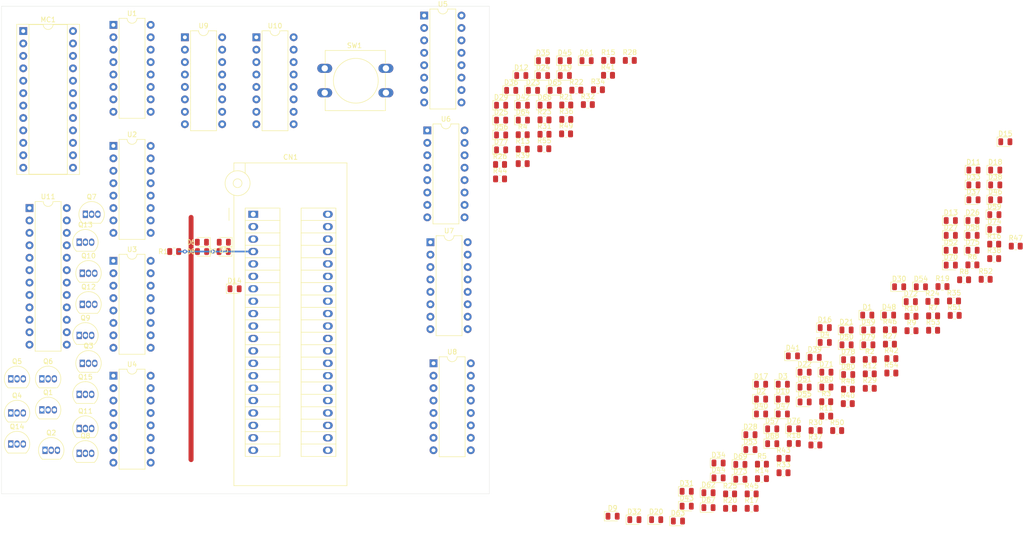
<source format=kicad_pcb>
(kicad_pcb (version 20171130) (host pcbnew "(5.1.9)-1")
  (layers (0 F.Cu signal) (31 B.Cu signal) (34 B.Paste user) (35 F.Paste user) (36 B.SilkS user) (37 F.SilkS user) (38 B.Mask user) (39 F.Mask user) (44 Edge.Cuts user))
  (net 0 "")
  (net 1 "Net-(MC1-Pad22)")
  (net 2 /PIN40)
  (net 3 /PIN20)
  (net 4 /PIN39)
  (net 5 /PIN19)
  (net 6 /PIN38)
  (net 7 /PIN18)
  (net 8 /PIN37)
  (net 9 /PIN17)
  (net 10 /PIN36)
  (net 11 /PIN16)
  (net 12 /PIN35)
  (net 13 /PIN15)
  (net 14 /PIN34)
  (net 15 /PIN14)
  (net 16 /PIN33)
  (net 17 /PIN13)
  (net 18 /PIN32)
  (net 19 /PIN12)
  (net 20 /PIN31)
  (net 21 /PIN11)
  (net 22 /PIN30)
  (net 23 /PIN10)
  (net 24 /PIN29)
  (net 25 /PIN9)
  (net 26 /PIN28)
  (net 27 /PIN8)
  (net 28 /PIN27)
  (net 29 /PIN7)
  (net 30 /PIN26)
  (net 31 /PIN6)
  (net 32 /PIN25)
  (net 33 /PIN5)
  (net 34 /PIN24)
  (net 35 /PIN4)
  (net 36 /PIN23)
  (net 37 /PIN3)
  (net 38 /PIN22)
  (net 39 /PIN2)
  (net 40 /PIN21)
  (net 41 /PIN1)
  (net 42 VCC)
  (net 43 GND)
  (net 44 /PIN2_READ)
  (net 45 "Net-(Q1-Pad2)")
  (net 46 "Net-(Q2-Pad2)")
  (net 47 "Net-(Q3-Pad2)")
  (net 48 "Net-(Q4-Pad2)")
  (net 49 "Net-(Q5-Pad2)")
  (net 50 "Net-(Q6-Pad2)")
  (net 51 "Net-(Q7-Pad2)")
  (net 52 "Net-(Q8-Pad2)")
  (net 53 "Net-(Q9-Pad2)")
  (net 54 "Net-(Q10-Pad2)")
  (net 55 "Net-(Q11-Pad2)")
  (net 56 "Net-(Q12-Pad2)")
  (net 57 "Net-(Q13-Pad2)")
  (net 58 "Net-(Q14-Pad2)")
  (net 59 "Net-(Q15-Pad2)")
  (net 60 /PIN1_DRIVE)
  (net 61 /PIN2_DRIVE)
  (net 62 /PIN3_DRIVE)
  (net 63 /PIN4_DRIVE)
  (net 64 /PIN5_DRIVE)
  (net 65 /PIN6_DRIVE)
  (net 66 /PIN7_DRIVE)
  (net 67 /PIN8_DRIVE)
  (net 68 /PIN9_DRIVE)
  (net 69 /PIN10_DRIVE)
  (net 70 /PIN11_DRIVE)
  (net 71 /PIN12_DRIVE)
  (net 72 /PIN13_DRIVE)
  (net 73 /PIN14_DRIVE)
  (net 74 /PIN15_DRIVE)
  (net 75 /PIN16_DRIVE)
  (net 76 /PIN17_DRIVE)
  (net 77 /PIN18_DRIVE)
  (net 78 /PIN19_DRIVE)
  (net 79 /PIN20_DRIVE)
  (net 80 /PIN40_DRIVE)
  (net 81 /PIN39_DRIVE)
  (net 82 /PIN38_DRIVE)
  (net 83 /PIN37_DRIVE)
  (net 84 /PIN36_DRIVE)
  (net 85 /PIN35_DRIVE)
  (net 86 /PIN34_DRIVE)
  (net 87 /PIN33_DRIVE)
  (net 88 /PIN32_DRIVE)
  (net 89 /PIN31_DRIVE)
  (net 90 /PIN30_DRIVE)
  (net 91 /PIN29_DRIVE)
  (net 92 /PIN28_DRIVE)
  (net 93 /PIN27_DRIVE)
  (net 94 /PIN26_DRIVE)
  (net 95 /PIN25_DRIVE)
  (net 96 /PIN24_DRIVE)
  (net 97 /PIN23_DRIVE)
  (net 98 /PIN22_DRIVE)
  (net 99 /PIN21_DRIVE)
  (net 100 "Net-(R41-Pad2)")
  (net 101 "Net-(R42-Pad2)")
  (net 102 "Net-(R43-Pad2)")
  (net 103 "Net-(R44-Pad2)")
  (net 104 "Net-(R45-Pad2)")
  (net 105 "Net-(R46-Pad2)")
  (net 106 "Net-(R47-Pad2)")
  (net 107 "Net-(R48-Pad2)")
  (net 108 "Net-(R49-Pad2)")
  (net 109 "Net-(R50-Pad2)")
  (net 110 "Net-(R51-Pad2)")
  (net 111 "Net-(R52-Pad2)")
  (net 112 "Net-(R53-Pad2)")
  (net 113 "Net-(R54-Pad2)")
  (net 114 "Net-(R55-Pad2)")
  (net 115 "Net-(U1-Pad2)")
  (net 116 "Net-(U1-Pad9)")
  (net 117 "Net-(U1-Pad1)")
  (net 118 "Net-(U2-Pad9)")
  (net 119 "Net-(U3-Pad9)")
  (net 120 "Net-(U4-Pad9)")
  (module Package_DIP:DIP-24_W7.62mm (layer F.Cu) (at 50.165 79.375)
    (fp_text reference U11 (at 3.81 -2.33) (layer F.SilkS))
    (fp_text value 74LS154)
    (pad 24 thru_hole oval (at 7.62 0) (size 1.6 1.6) (drill 0.8) (layers *.Cu *.Mask) (net 42 VCC))
    (pad 12 thru_hole oval (at 0 27.94) (size 1.6 1.6) (drill 0.8) (layers *.Cu *.Mask) (net 43 GND))
    (pad 23 thru_hole oval (at 7.62 2.54) (size 1.6 1.6) (drill 0.8) (layers *.Cu *.Mask))
    (pad 11 thru_hole oval (at 0 25.4) (size 1.6 1.6) (drill 0.8) (layers *.Cu *.Mask) (net 109 "Net-(R50-Pad2)"))
    (pad 22 thru_hole oval (at 7.62 5.08) (size 1.6 1.6) (drill 0.8) (layers *.Cu *.Mask))
    (pad 10 thru_hole oval (at 0 22.86) (size 1.6 1.6) (drill 0.8) (layers *.Cu *.Mask) (net 108 "Net-(R49-Pad2)"))
    (pad 21 thru_hole oval (at 7.62 7.62) (size 1.6 1.6) (drill 0.8) (layers *.Cu *.Mask))
    (pad 9 thru_hole oval (at 0 20.32) (size 1.6 1.6) (drill 0.8) (layers *.Cu *.Mask) (net 107 "Net-(R48-Pad2)"))
    (pad 20 thru_hole oval (at 7.62 10.16) (size 1.6 1.6) (drill 0.8) (layers *.Cu *.Mask))
    (pad 8 thru_hole oval (at 0 17.78) (size 1.6 1.6) (drill 0.8) (layers *.Cu *.Mask) (net 106 "Net-(R47-Pad2)"))
    (pad 19 thru_hole oval (at 7.62 12.7) (size 1.6 1.6) (drill 0.8) (layers *.Cu *.Mask) (net 43 GND))
    (pad 7 thru_hole oval (at 0 15.24) (size 1.6 1.6) (drill 0.8) (layers *.Cu *.Mask) (net 105 "Net-(R46-Pad2)"))
    (pad 18 thru_hole oval (at 7.62 15.24) (size 1.6 1.6) (drill 0.8) (layers *.Cu *.Mask) (net 43 GND))
    (pad 6 thru_hole oval (at 0 12.7) (size 1.6 1.6) (drill 0.8) (layers *.Cu *.Mask) (net 104 "Net-(R45-Pad2)"))
    (pad 17 thru_hole oval (at 7.62 17.78) (size 1.6 1.6) (drill 0.8) (layers *.Cu *.Mask) (net 114 "Net-(R55-Pad2)"))
    (pad 5 thru_hole oval (at 0 10.16) (size 1.6 1.6) (drill 0.8) (layers *.Cu *.Mask) (net 103 "Net-(R44-Pad2)"))
    (pad 16 thru_hole oval (at 7.62 20.32) (size 1.6 1.6) (drill 0.8) (layers *.Cu *.Mask) (net 113 "Net-(R54-Pad2)"))
    (pad 4 thru_hole oval (at 0 7.62) (size 1.6 1.6) (drill 0.8) (layers *.Cu *.Mask) (net 102 "Net-(R43-Pad2)"))
    (pad 15 thru_hole oval (at 7.62 22.86) (size 1.6 1.6) (drill 0.8) (layers *.Cu *.Mask) (net 112 "Net-(R53-Pad2)"))
    (pad 3 thru_hole oval (at 0 5.08) (size 1.6 1.6) (drill 0.8) (layers *.Cu *.Mask) (net 101 "Net-(R42-Pad2)"))
    (pad 14 thru_hole oval (at 7.62 25.4) (size 1.6 1.6) (drill 0.8) (layers *.Cu *.Mask) (net 111 "Net-(R52-Pad2)"))
    (pad 2 thru_hole oval (at 0 2.54) (size 1.6 1.6) (drill 0.8) (layers *.Cu *.Mask) (net 100 "Net-(R41-Pad2)"))
    (pad 13 thru_hole oval (at 7.62 27.94) (size 1.6 1.6) (drill 0.8) (layers *.Cu *.Mask) (net 110 "Net-(R51-Pad2)"))
    (pad 1 thru_hole rect (at 0 0) (size 1.6 1.6) (drill 0.8) (layers *.Cu *.Mask))
  )
  (module Package_DIP:DIP-16_W7.62mm (layer F.Cu) (at 96.52 44.45)
    (fp_text reference U10 (at 3.81 -2.33) (layer F.SilkS))
    (fp_text value 74LS/HC595)
    (pad 16 thru_hole oval (at 7.62 0) (size 1.6 1.6) (drill 0.8) (layers *.Cu *.Mask) (net 42 VCC))
    (pad 8 thru_hole oval (at 0 17.78) (size 1.6 1.6) (drill 0.8) (layers *.Cu *.Mask) (net 43 GND))
    (pad 15 thru_hole oval (at 7.62 2.54) (size 1.6 1.6) (drill 0.8) (layers *.Cu *.Mask) (net 87 /PIN33_DRIVE))
    (pad 7 thru_hole oval (at 0 15.24) (size 1.6 1.6) (drill 0.8) (layers *.Cu *.Mask) (net 80 /PIN40_DRIVE))
    (pad 14 thru_hole oval (at 7.62 5.08) (size 1.6 1.6) (drill 0.8) (layers *.Cu *.Mask))
    (pad 6 thru_hole oval (at 0 12.7) (size 1.6 1.6) (drill 0.8) (layers *.Cu *.Mask) (net 81 /PIN39_DRIVE))
    (pad 13 thru_hole oval (at 7.62 7.62) (size 1.6 1.6) (drill 0.8) (layers *.Cu *.Mask))
    (pad 5 thru_hole oval (at 0 10.16) (size 1.6 1.6) (drill 0.8) (layers *.Cu *.Mask) (net 82 /PIN38_DRIVE))
    (pad 12 thru_hole oval (at 7.62 10.16) (size 1.6 1.6) (drill 0.8) (layers *.Cu *.Mask))
    (pad 4 thru_hole oval (at 0 7.62) (size 1.6 1.6) (drill 0.8) (layers *.Cu *.Mask) (net 83 /PIN37_DRIVE))
    (pad 11 thru_hole oval (at 7.62 12.7) (size 1.6 1.6) (drill 0.8) (layers *.Cu *.Mask))
    (pad 3 thru_hole oval (at 0 5.08) (size 1.6 1.6) (drill 0.8) (layers *.Cu *.Mask) (net 84 /PIN36_DRIVE))
    (pad 10 thru_hole oval (at 7.62 15.24) (size 1.6 1.6) (drill 0.8) (layers *.Cu *.Mask))
    (pad 2 thru_hole oval (at 0 2.54) (size 1.6 1.6) (drill 0.8) (layers *.Cu *.Mask) (net 85 /PIN35_DRIVE))
    (pad 9 thru_hole oval (at 7.62 17.78) (size 1.6 1.6) (drill 0.8) (layers *.Cu *.Mask))
    (pad 1 thru_hole rect (at 0 0) (size 1.6 1.6) (drill 0.8) (layers *.Cu *.Mask) (net 86 /PIN34_DRIVE))
  )
  (module Package_DIP:DIP-16_W7.62mm (layer F.Cu) (at 81.915 44.45)
    (fp_text reference U9 (at 3.81 -2.33) (layer F.SilkS))
    (fp_text value 74LS/HC595)
    (pad 16 thru_hole oval (at 7.62 0) (size 1.6 1.6) (drill 0.8) (layers *.Cu *.Mask) (net 42 VCC))
    (pad 8 thru_hole oval (at 0 17.78) (size 1.6 1.6) (drill 0.8) (layers *.Cu *.Mask) (net 43 GND))
    (pad 15 thru_hole oval (at 7.62 2.54) (size 1.6 1.6) (drill 0.8) (layers *.Cu *.Mask) (net 95 /PIN25_DRIVE))
    (pad 7 thru_hole oval (at 0 15.24) (size 1.6 1.6) (drill 0.8) (layers *.Cu *.Mask) (net 88 /PIN32_DRIVE))
    (pad 14 thru_hole oval (at 7.62 5.08) (size 1.6 1.6) (drill 0.8) (layers *.Cu *.Mask))
    (pad 6 thru_hole oval (at 0 12.7) (size 1.6 1.6) (drill 0.8) (layers *.Cu *.Mask) (net 89 /PIN31_DRIVE))
    (pad 13 thru_hole oval (at 7.62 7.62) (size 1.6 1.6) (drill 0.8) (layers *.Cu *.Mask))
    (pad 5 thru_hole oval (at 0 10.16) (size 1.6 1.6) (drill 0.8) (layers *.Cu *.Mask) (net 90 /PIN30_DRIVE))
    (pad 12 thru_hole oval (at 7.62 10.16) (size 1.6 1.6) (drill 0.8) (layers *.Cu *.Mask))
    (pad 4 thru_hole oval (at 0 7.62) (size 1.6 1.6) (drill 0.8) (layers *.Cu *.Mask) (net 91 /PIN29_DRIVE))
    (pad 11 thru_hole oval (at 7.62 12.7) (size 1.6 1.6) (drill 0.8) (layers *.Cu *.Mask))
    (pad 3 thru_hole oval (at 0 5.08) (size 1.6 1.6) (drill 0.8) (layers *.Cu *.Mask) (net 92 /PIN28_DRIVE))
    (pad 10 thru_hole oval (at 7.62 15.24) (size 1.6 1.6) (drill 0.8) (layers *.Cu *.Mask))
    (pad 2 thru_hole oval (at 0 2.54) (size 1.6 1.6) (drill 0.8) (layers *.Cu *.Mask) (net 93 /PIN27_DRIVE))
    (pad 9 thru_hole oval (at 7.62 17.78) (size 1.6 1.6) (drill 0.8) (layers *.Cu *.Mask))
    (pad 1 thru_hole rect (at 0 0) (size 1.6 1.6) (drill 0.8) (layers *.Cu *.Mask) (net 94 /PIN26_DRIVE))
  )
  (module Package_DIP:DIP-16_W7.62mm (layer F.Cu) (at 132.715 111.125)
    (fp_text reference U8 (at 3.81 -2.33) (layer F.SilkS))
    (fp_text value 74LS/HC595)
    (pad 16 thru_hole oval (at 7.62 0) (size 1.6 1.6) (drill 0.8) (layers *.Cu *.Mask) (net 42 VCC))
    (pad 8 thru_hole oval (at 0 17.78) (size 1.6 1.6) (drill 0.8) (layers *.Cu *.Mask) (net 43 GND))
    (pad 15 thru_hole oval (at 7.62 2.54) (size 1.6 1.6) (drill 0.8) (layers *.Cu *.Mask) (net 76 /PIN17_DRIVE))
    (pad 7 thru_hole oval (at 0 15.24) (size 1.6 1.6) (drill 0.8) (layers *.Cu *.Mask) (net 96 /PIN24_DRIVE))
    (pad 14 thru_hole oval (at 7.62 5.08) (size 1.6 1.6) (drill 0.8) (layers *.Cu *.Mask))
    (pad 6 thru_hole oval (at 0 12.7) (size 1.6 1.6) (drill 0.8) (layers *.Cu *.Mask) (net 97 /PIN23_DRIVE))
    (pad 13 thru_hole oval (at 7.62 7.62) (size 1.6 1.6) (drill 0.8) (layers *.Cu *.Mask))
    (pad 5 thru_hole oval (at 0 10.16) (size 1.6 1.6) (drill 0.8) (layers *.Cu *.Mask) (net 98 /PIN22_DRIVE))
    (pad 12 thru_hole oval (at 7.62 10.16) (size 1.6 1.6) (drill 0.8) (layers *.Cu *.Mask))
    (pad 4 thru_hole oval (at 0 7.62) (size 1.6 1.6) (drill 0.8) (layers *.Cu *.Mask) (net 99 /PIN21_DRIVE))
    (pad 11 thru_hole oval (at 7.62 12.7) (size 1.6 1.6) (drill 0.8) (layers *.Cu *.Mask))
    (pad 3 thru_hole oval (at 0 5.08) (size 1.6 1.6) (drill 0.8) (layers *.Cu *.Mask) (net 79 /PIN20_DRIVE))
    (pad 10 thru_hole oval (at 7.62 15.24) (size 1.6 1.6) (drill 0.8) (layers *.Cu *.Mask))
    (pad 2 thru_hole oval (at 0 2.54) (size 1.6 1.6) (drill 0.8) (layers *.Cu *.Mask) (net 78 /PIN19_DRIVE))
    (pad 9 thru_hole oval (at 7.62 17.78) (size 1.6 1.6) (drill 0.8) (layers *.Cu *.Mask))
    (pad 1 thru_hole rect (at 0 0) (size 1.6 1.6) (drill 0.8) (layers *.Cu *.Mask) (net 77 /PIN18_DRIVE))
  )
  (module Package_DIP:DIP-16_W7.62mm (layer F.Cu) (at 132.08 86.36)
    (fp_text reference U7 (at 3.81 -2.33) (layer F.SilkS))
    (fp_text value 74LS/HC595)
    (pad 16 thru_hole oval (at 7.62 0) (size 1.6 1.6) (drill 0.8) (layers *.Cu *.Mask) (net 42 VCC))
    (pad 8 thru_hole oval (at 0 17.78) (size 1.6 1.6) (drill 0.8) (layers *.Cu *.Mask) (net 43 GND))
    (pad 15 thru_hole oval (at 7.62 2.54) (size 1.6 1.6) (drill 0.8) (layers *.Cu *.Mask) (net 68 /PIN9_DRIVE))
    (pad 7 thru_hole oval (at 0 15.24) (size 1.6 1.6) (drill 0.8) (layers *.Cu *.Mask) (net 75 /PIN16_DRIVE))
    (pad 14 thru_hole oval (at 7.62 5.08) (size 1.6 1.6) (drill 0.8) (layers *.Cu *.Mask))
    (pad 6 thru_hole oval (at 0 12.7) (size 1.6 1.6) (drill 0.8) (layers *.Cu *.Mask) (net 74 /PIN15_DRIVE))
    (pad 13 thru_hole oval (at 7.62 7.62) (size 1.6 1.6) (drill 0.8) (layers *.Cu *.Mask))
    (pad 5 thru_hole oval (at 0 10.16) (size 1.6 1.6) (drill 0.8) (layers *.Cu *.Mask) (net 73 /PIN14_DRIVE))
    (pad 12 thru_hole oval (at 7.62 10.16) (size 1.6 1.6) (drill 0.8) (layers *.Cu *.Mask))
    (pad 4 thru_hole oval (at 0 7.62) (size 1.6 1.6) (drill 0.8) (layers *.Cu *.Mask) (net 72 /PIN13_DRIVE))
    (pad 11 thru_hole oval (at 7.62 12.7) (size 1.6 1.6) (drill 0.8) (layers *.Cu *.Mask))
    (pad 3 thru_hole oval (at 0 5.08) (size 1.6 1.6) (drill 0.8) (layers *.Cu *.Mask) (net 71 /PIN12_DRIVE))
    (pad 10 thru_hole oval (at 7.62 15.24) (size 1.6 1.6) (drill 0.8) (layers *.Cu *.Mask))
    (pad 2 thru_hole oval (at 0 2.54) (size 1.6 1.6) (drill 0.8) (layers *.Cu *.Mask) (net 70 /PIN11_DRIVE))
    (pad 9 thru_hole oval (at 7.62 17.78) (size 1.6 1.6) (drill 0.8) (layers *.Cu *.Mask))
    (pad 1 thru_hole rect (at 0 0) (size 1.6 1.6) (drill 0.8) (layers *.Cu *.Mask) (net 69 /PIN10_DRIVE))
  )
  (module Package_DIP:DIP-16_W7.62mm (layer F.Cu) (at 131.445 63.5)
    (fp_text reference U6 (at 3.81 -2.33) (layer F.SilkS))
    (fp_text value 74LS/HC595)
    (pad 16 thru_hole oval (at 7.62 0) (size 1.6 1.6) (drill 0.8) (layers *.Cu *.Mask) (net 42 VCC))
    (pad 8 thru_hole oval (at 0 17.78) (size 1.6 1.6) (drill 0.8) (layers *.Cu *.Mask) (net 43 GND))
    (pad 15 thru_hole oval (at 7.62 2.54) (size 1.6 1.6) (drill 0.8) (layers *.Cu *.Mask) (net 60 /PIN1_DRIVE))
    (pad 7 thru_hole oval (at 0 15.24) (size 1.6 1.6) (drill 0.8) (layers *.Cu *.Mask) (net 67 /PIN8_DRIVE))
    (pad 14 thru_hole oval (at 7.62 5.08) (size 1.6 1.6) (drill 0.8) (layers *.Cu *.Mask))
    (pad 6 thru_hole oval (at 0 12.7) (size 1.6 1.6) (drill 0.8) (layers *.Cu *.Mask) (net 66 /PIN7_DRIVE))
    (pad 13 thru_hole oval (at 7.62 7.62) (size 1.6 1.6) (drill 0.8) (layers *.Cu *.Mask))
    (pad 5 thru_hole oval (at 0 10.16) (size 1.6 1.6) (drill 0.8) (layers *.Cu *.Mask) (net 65 /PIN6_DRIVE))
    (pad 12 thru_hole oval (at 7.62 10.16) (size 1.6 1.6) (drill 0.8) (layers *.Cu *.Mask))
    (pad 4 thru_hole oval (at 0 7.62) (size 1.6 1.6) (drill 0.8) (layers *.Cu *.Mask) (net 64 /PIN5_DRIVE))
    (pad 11 thru_hole oval (at 7.62 12.7) (size 1.6 1.6) (drill 0.8) (layers *.Cu *.Mask))
    (pad 3 thru_hole oval (at 0 5.08) (size 1.6 1.6) (drill 0.8) (layers *.Cu *.Mask) (net 63 /PIN4_DRIVE))
    (pad 10 thru_hole oval (at 7.62 15.24) (size 1.6 1.6) (drill 0.8) (layers *.Cu *.Mask))
    (pad 2 thru_hole oval (at 0 2.54) (size 1.6 1.6) (drill 0.8) (layers *.Cu *.Mask) (net 62 /PIN3_DRIVE))
    (pad 9 thru_hole oval (at 7.62 17.78) (size 1.6 1.6) (drill 0.8) (layers *.Cu *.Mask))
    (pad 1 thru_hole rect (at 0 0) (size 1.6 1.6) (drill 0.8) (layers *.Cu *.Mask) (net 61 /PIN2_DRIVE))
  )
  (module Package_DIP:DIP-16_W7.62mm (layer F.Cu) (at 130.81 40.005)
    (fp_text reference U5 (at 3.81 -2.33) (layer F.SilkS))
    (fp_text value 74LS/HC165)
    (pad 16 thru_hole oval (at 7.62 0) (size 1.6 1.6) (drill 0.8) (layers *.Cu *.Mask) (net 42 VCC))
    (pad 8 thru_hole oval (at 0 17.78) (size 1.6 1.6) (drill 0.8) (layers *.Cu *.Mask) (net 43 GND))
    (pad 15 thru_hole oval (at 7.62 2.54) (size 1.6 1.6) (drill 0.8) (layers *.Cu *.Mask) (net 43 GND))
    (pad 7 thru_hole oval (at 0 15.24) (size 1.6 1.6) (drill 0.8) (layers *.Cu *.Mask))
    (pad 14 thru_hole oval (at 7.62 5.08) (size 1.6 1.6) (drill 0.8) (layers *.Cu *.Mask) (net 10 /PIN36))
    (pad 6 thru_hole oval (at 0 12.7) (size 1.6 1.6) (drill 0.8) (layers *.Cu *.Mask) (net 2 /PIN40))
    (pad 13 thru_hole oval (at 7.62 7.62) (size 1.6 1.6) (drill 0.8) (layers *.Cu *.Mask) (net 12 /PIN35))
    (pad 5 thru_hole oval (at 0 10.16) (size 1.6 1.6) (drill 0.8) (layers *.Cu *.Mask) (net 4 /PIN39))
    (pad 12 thru_hole oval (at 7.62 10.16) (size 1.6 1.6) (drill 0.8) (layers *.Cu *.Mask) (net 14 /PIN34))
    (pad 4 thru_hole oval (at 0 7.62) (size 1.6 1.6) (drill 0.8) (layers *.Cu *.Mask) (net 6 /PIN38))
    (pad 11 thru_hole oval (at 7.62 12.7) (size 1.6 1.6) (drill 0.8) (layers *.Cu *.Mask) (net 16 /PIN33))
    (pad 3 thru_hole oval (at 0 5.08) (size 1.6 1.6) (drill 0.8) (layers *.Cu *.Mask) (net 8 /PIN37))
    (pad 10 thru_hole oval (at 7.62 15.24) (size 1.6 1.6) (drill 0.8) (layers *.Cu *.Mask) (net 120 "Net-(U4-Pad9)"))
    (pad 2 thru_hole oval (at 0 2.54) (size 1.6 1.6) (drill 0.8) (layers *.Cu *.Mask) (net 115 "Net-(U1-Pad2)"))
    (pad 9 thru_hole oval (at 7.62 17.78) (size 1.6 1.6) (drill 0.8) (layers *.Cu *.Mask))
    (pad 1 thru_hole rect (at 0 0) (size 1.6 1.6) (drill 0.8) (layers *.Cu *.Mask) (net 117 "Net-(U1-Pad1)"))
  )
  (module Package_DIP:DIP-16_W7.62mm (layer F.Cu) (at 67.31 113.665)
    (fp_text reference U4 (at 3.81 -2.33) (layer F.SilkS))
    (fp_text value 74LS/HC165)
    (pad 16 thru_hole oval (at 7.62 0) (size 1.6 1.6) (drill 0.8) (layers *.Cu *.Mask) (net 42 VCC))
    (pad 8 thru_hole oval (at 0 17.78) (size 1.6 1.6) (drill 0.8) (layers *.Cu *.Mask) (net 43 GND))
    (pad 15 thru_hole oval (at 7.62 2.54) (size 1.6 1.6) (drill 0.8) (layers *.Cu *.Mask) (net 43 GND))
    (pad 7 thru_hole oval (at 0 15.24) (size 1.6 1.6) (drill 0.8) (layers *.Cu *.Mask))
    (pad 14 thru_hole oval (at 7.62 5.08) (size 1.6 1.6) (drill 0.8) (layers *.Cu *.Mask) (net 26 /PIN28))
    (pad 6 thru_hole oval (at 0 12.7) (size 1.6 1.6) (drill 0.8) (layers *.Cu *.Mask) (net 18 /PIN32))
    (pad 13 thru_hole oval (at 7.62 7.62) (size 1.6 1.6) (drill 0.8) (layers *.Cu *.Mask) (net 28 /PIN27))
    (pad 5 thru_hole oval (at 0 10.16) (size 1.6 1.6) (drill 0.8) (layers *.Cu *.Mask) (net 20 /PIN31))
    (pad 12 thru_hole oval (at 7.62 10.16) (size 1.6 1.6) (drill 0.8) (layers *.Cu *.Mask) (net 30 /PIN26))
    (pad 4 thru_hole oval (at 0 7.62) (size 1.6 1.6) (drill 0.8) (layers *.Cu *.Mask) (net 22 /PIN30))
    (pad 11 thru_hole oval (at 7.62 12.7) (size 1.6 1.6) (drill 0.8) (layers *.Cu *.Mask) (net 32 /PIN25))
    (pad 3 thru_hole oval (at 0 5.08) (size 1.6 1.6) (drill 0.8) (layers *.Cu *.Mask) (net 24 /PIN29))
    (pad 10 thru_hole oval (at 7.62 15.24) (size 1.6 1.6) (drill 0.8) (layers *.Cu *.Mask) (net 119 "Net-(U3-Pad9)"))
    (pad 2 thru_hole oval (at 0 2.54) (size 1.6 1.6) (drill 0.8) (layers *.Cu *.Mask) (net 115 "Net-(U1-Pad2)"))
    (pad 9 thru_hole oval (at 7.62 17.78) (size 1.6 1.6) (drill 0.8) (layers *.Cu *.Mask) (net 120 "Net-(U4-Pad9)"))
    (pad 1 thru_hole rect (at 0 0) (size 1.6 1.6) (drill 0.8) (layers *.Cu *.Mask) (net 117 "Net-(U1-Pad1)"))
  )
  (module Package_DIP:DIP-16_W7.62mm (layer F.Cu) (at 67.31 90.17)
    (fp_text reference U3 (at 3.81 -2.33) (layer F.SilkS))
    (fp_text value 74LS/HC165)
    (pad 16 thru_hole oval (at 7.62 0) (size 1.6 1.6) (drill 0.8) (layers *.Cu *.Mask) (net 42 VCC))
    (pad 8 thru_hole oval (at 0 17.78) (size 1.6 1.6) (drill 0.8) (layers *.Cu *.Mask) (net 43 GND))
    (pad 15 thru_hole oval (at 7.62 2.54) (size 1.6 1.6) (drill 0.8) (layers *.Cu *.Mask) (net 43 GND))
    (pad 7 thru_hole oval (at 0 15.24) (size 1.6 1.6) (drill 0.8) (layers *.Cu *.Mask))
    (pad 14 thru_hole oval (at 7.62 5.08) (size 1.6 1.6) (drill 0.8) (layers *.Cu *.Mask) (net 3 /PIN20))
    (pad 6 thru_hole oval (at 0 12.7) (size 1.6 1.6) (drill 0.8) (layers *.Cu *.Mask) (net 34 /PIN24))
    (pad 13 thru_hole oval (at 7.62 7.62) (size 1.6 1.6) (drill 0.8) (layers *.Cu *.Mask) (net 5 /PIN19))
    (pad 5 thru_hole oval (at 0 10.16) (size 1.6 1.6) (drill 0.8) (layers *.Cu *.Mask) (net 36 /PIN23))
    (pad 12 thru_hole oval (at 7.62 10.16) (size 1.6 1.6) (drill 0.8) (layers *.Cu *.Mask) (net 7 /PIN18))
    (pad 4 thru_hole oval (at 0 7.62) (size 1.6 1.6) (drill 0.8) (layers *.Cu *.Mask) (net 38 /PIN22))
    (pad 11 thru_hole oval (at 7.62 12.7) (size 1.6 1.6) (drill 0.8) (layers *.Cu *.Mask) (net 9 /PIN17))
    (pad 3 thru_hole oval (at 0 5.08) (size 1.6 1.6) (drill 0.8) (layers *.Cu *.Mask) (net 40 /PIN21))
    (pad 10 thru_hole oval (at 7.62 15.24) (size 1.6 1.6) (drill 0.8) (layers *.Cu *.Mask) (net 118 "Net-(U2-Pad9)"))
    (pad 2 thru_hole oval (at 0 2.54) (size 1.6 1.6) (drill 0.8) (layers *.Cu *.Mask) (net 115 "Net-(U1-Pad2)"))
    (pad 9 thru_hole oval (at 7.62 17.78) (size 1.6 1.6) (drill 0.8) (layers *.Cu *.Mask) (net 119 "Net-(U3-Pad9)"))
    (pad 1 thru_hole rect (at 0 0) (size 1.6 1.6) (drill 0.8) (layers *.Cu *.Mask) (net 117 "Net-(U1-Pad1)"))
  )
  (module Package_DIP:DIP-16_W7.62mm (layer F.Cu) (at 67.31 66.675)
    (fp_text reference U2 (at 3.81 -2.33) (layer F.SilkS))
    (fp_text value 74LS/HC165)
    (pad 16 thru_hole oval (at 7.62 0) (size 1.6 1.6) (drill 0.8) (layers *.Cu *.Mask) (net 42 VCC))
    (pad 8 thru_hole oval (at 0 17.78) (size 1.6 1.6) (drill 0.8) (layers *.Cu *.Mask) (net 43 GND))
    (pad 15 thru_hole oval (at 7.62 2.54) (size 1.6 1.6) (drill 0.8) (layers *.Cu *.Mask) (net 43 GND))
    (pad 7 thru_hole oval (at 0 15.24) (size 1.6 1.6) (drill 0.8) (layers *.Cu *.Mask))
    (pad 14 thru_hole oval (at 7.62 5.08) (size 1.6 1.6) (drill 0.8) (layers *.Cu *.Mask) (net 19 /PIN12))
    (pad 6 thru_hole oval (at 0 12.7) (size 1.6 1.6) (drill 0.8) (layers *.Cu *.Mask) (net 11 /PIN16))
    (pad 13 thru_hole oval (at 7.62 7.62) (size 1.6 1.6) (drill 0.8) (layers *.Cu *.Mask) (net 21 /PIN11))
    (pad 5 thru_hole oval (at 0 10.16) (size 1.6 1.6) (drill 0.8) (layers *.Cu *.Mask) (net 13 /PIN15))
    (pad 12 thru_hole oval (at 7.62 10.16) (size 1.6 1.6) (drill 0.8) (layers *.Cu *.Mask) (net 23 /PIN10))
    (pad 4 thru_hole oval (at 0 7.62) (size 1.6 1.6) (drill 0.8) (layers *.Cu *.Mask) (net 15 /PIN14))
    (pad 11 thru_hole oval (at 7.62 12.7) (size 1.6 1.6) (drill 0.8) (layers *.Cu *.Mask) (net 25 /PIN9))
    (pad 3 thru_hole oval (at 0 5.08) (size 1.6 1.6) (drill 0.8) (layers *.Cu *.Mask) (net 17 /PIN13))
    (pad 10 thru_hole oval (at 7.62 15.24) (size 1.6 1.6) (drill 0.8) (layers *.Cu *.Mask) (net 116 "Net-(U1-Pad9)"))
    (pad 2 thru_hole oval (at 0 2.54) (size 1.6 1.6) (drill 0.8) (layers *.Cu *.Mask) (net 115 "Net-(U1-Pad2)"))
    (pad 9 thru_hole oval (at 7.62 17.78) (size 1.6 1.6) (drill 0.8) (layers *.Cu *.Mask) (net 118 "Net-(U2-Pad9)"))
    (pad 1 thru_hole rect (at 0 0) (size 1.6 1.6) (drill 0.8) (layers *.Cu *.Mask) (net 117 "Net-(U1-Pad1)"))
  )
  (module Package_DIP:DIP-16_W7.62mm (layer F.Cu) (at 67.31 41.91)
    (fp_text reference U1 (at 3.81 -2.33) (layer F.SilkS))
    (fp_text value 74LS/HC165)
    (pad 16 thru_hole oval (at 7.62 0) (size 1.6 1.6) (drill 0.8) (layers *.Cu *.Mask) (net 42 VCC))
    (pad 8 thru_hole oval (at 0 17.78) (size 1.6 1.6) (drill 0.8) (layers *.Cu *.Mask) (net 43 GND))
    (pad 15 thru_hole oval (at 7.62 2.54) (size 1.6 1.6) (drill 0.8) (layers *.Cu *.Mask) (net 43 GND))
    (pad 7 thru_hole oval (at 0 15.24) (size 1.6 1.6) (drill 0.8) (layers *.Cu *.Mask))
    (pad 14 thru_hole oval (at 7.62 5.08) (size 1.6 1.6) (drill 0.8) (layers *.Cu *.Mask) (net 35 /PIN4))
    (pad 6 thru_hole oval (at 0 12.7) (size 1.6 1.6) (drill 0.8) (layers *.Cu *.Mask) (net 27 /PIN8))
    (pad 13 thru_hole oval (at 7.62 7.62) (size 1.6 1.6) (drill 0.8) (layers *.Cu *.Mask) (net 37 /PIN3))
    (pad 5 thru_hole oval (at 0 10.16) (size 1.6 1.6) (drill 0.8) (layers *.Cu *.Mask) (net 29 /PIN7))
    (pad 12 thru_hole oval (at 7.62 10.16) (size 1.6 1.6) (drill 0.8) (layers *.Cu *.Mask) (net 39 /PIN2))
    (pad 4 thru_hole oval (at 0 7.62) (size 1.6 1.6) (drill 0.8) (layers *.Cu *.Mask) (net 31 /PIN6))
    (pad 11 thru_hole oval (at 7.62 12.7) (size 1.6 1.6) (drill 0.8) (layers *.Cu *.Mask) (net 41 /PIN1))
    (pad 3 thru_hole oval (at 0 5.08) (size 1.6 1.6) (drill 0.8) (layers *.Cu *.Mask) (net 33 /PIN5))
    (pad 10 thru_hole oval (at 7.62 15.24) (size 1.6 1.6) (drill 0.8) (layers *.Cu *.Mask) (net 43 GND))
    (pad 2 thru_hole oval (at 0 2.54) (size 1.6 1.6) (drill 0.8) (layers *.Cu *.Mask) (net 115 "Net-(U1-Pad2)"))
    (pad 9 thru_hole oval (at 7.62 17.78) (size 1.6 1.6) (drill 0.8) (layers *.Cu *.Mask) (net 116 "Net-(U1-Pad9)"))
    (pad 1 thru_hole rect (at 0 0) (size 1.6 1.6) (drill 0.8) (layers *.Cu *.Mask) (net 117 "Net-(U1-Pad1)"))
  )
  (module Button_Switch_THT:SW_PUSH-12mm (layer F.Cu) (at 110.49 50.8)
    (fp_text reference SW1 (at 6.08 -4.66) (layer F.SilkS))
    (fp_text value Reset)
    (pad 2 thru_hole oval (at 0 5) (size 3.048 1.85) (drill 1.3) (layers *.Cu *.Mask) (net 43 GND))
    (pad 1 thru_hole oval (at 0 0) (size 3.048 1.85) (drill 1.3) (layers *.Cu *.Mask) (net 1 "Net-(MC1-Pad22)"))
    (pad 2 thru_hole oval (at 12.5 5) (size 3.048 1.85) (drill 1.3) (layers *.Cu *.Mask) (net 43 GND))
    (pad 1 thru_hole oval (at 12.5 0) (size 3.048 1.85) (drill 1.3) (layers *.Cu *.Mask) (net 1 "Net-(MC1-Pad22)"))
  )
  (module Resistor_SMD:R_0805_2012Metric (layer F.Cu) (at 155.35 67.245)
    (fp_text reference R55 (at 0 -1.65) (layer F.SilkS))
    (fp_text value 1K)
    (pad 2 smd roundrect (at 0.9125 0) (size 1.025 1.4) (layers F.Cu F.Paste F.Mask) (roundrect_rratio 0.243902) (net 114 "Net-(R55-Pad2)"))
    (pad 1 smd roundrect (at -0.9125 0) (size 1.025 1.4) (layers F.Cu F.Paste F.Mask) (roundrect_rratio 0.243902) (net 59 "Net-(Q15-Pad2)"))
  )
  (module Resistor_SMD:R_0805_2012Metric (layer F.Cu) (at 226.26 113.11)
    (fp_text reference R54 (at 0 -1.65) (layer F.SilkS))
    (fp_text value 1K)
    (pad 2 smd roundrect (at 0.9125 0) (size 1.025 1.4) (layers F.Cu F.Paste F.Mask) (roundrect_rratio 0.243902) (net 113 "Net-(R54-Pad2)"))
    (pad 1 smd roundrect (at -0.9125 0) (size 1.025 1.4) (layers F.Cu F.Paste F.Mask) (roundrect_rratio 0.243902) (net 58 "Net-(Q14-Pad2)"))
  )
  (module Resistor_SMD:R_0805_2012Metric (layer F.Cu) (at 234.79 104.37)
    (fp_text reference R53 (at 0 -1.65) (layer F.SilkS))
    (fp_text value 1K)
    (pad 2 smd roundrect (at 0.9125 0) (size 1.025 1.4) (layers F.Cu F.Paste F.Mask) (roundrect_rratio 0.243902) (net 112 "Net-(R53-Pad2)"))
    (pad 1 smd roundrect (at -0.9125 0) (size 1.025 1.4) (layers F.Cu F.Paste F.Mask) (roundrect_rratio 0.243902) (net 57 "Net-(Q13-Pad2)"))
  )
  (module Resistor_SMD:R_0805_2012Metric (layer F.Cu) (at 245.53 93.95)
    (fp_text reference R52 (at 0 -1.65) (layer F.SilkS))
    (fp_text value 1K)
    (pad 2 smd roundrect (at 0.9125 0) (size 1.025 1.4) (layers F.Cu F.Paste F.Mask) (roundrect_rratio 0.243902) (net 111 "Net-(R52-Pad2)"))
    (pad 1 smd roundrect (at -0.9125 0) (size 1.025 1.4) (layers F.Cu F.Paste F.Mask) (roundrect_rratio 0.243902) (net 56 "Net-(Q12-Pad2)"))
  )
  (module Resistor_SMD:R_0805_2012Metric (layer F.Cu) (at 239.2 101.33)
    (fp_text reference R51 (at 0 -1.65) (layer F.SilkS))
    (fp_text value 1K)
    (pad 2 smd roundrect (at 0.9125 0) (size 1.025 1.4) (layers F.Cu F.Paste F.Mask) (roundrect_rratio 0.243902) (net 110 "Net-(R51-Pad2)"))
    (pad 1 smd roundrect (at -0.9125 0) (size 1.025 1.4) (layers F.Cu F.Paste F.Mask) (roundrect_rratio 0.243902) (net 55 "Net-(Q11-Pad2)"))
  )
  (module Resistor_SMD:R_0805_2012Metric (layer F.Cu) (at 215.19 124.88)
    (fp_text reference R50 (at 0 -1.65) (layer F.SilkS))
    (fp_text value 1K)
    (pad 2 smd roundrect (at 0.9125 0) (size 1.025 1.4) (layers F.Cu F.Paste F.Mask) (roundrect_rratio 0.243902) (net 109 "Net-(R50-Pad2)"))
    (pad 1 smd roundrect (at -0.9125 0) (size 1.025 1.4) (layers F.Cu F.Paste F.Mask) (roundrect_rratio 0.243902) (net 54 "Net-(Q10-Pad2)"))
  )
  (module Resistor_SMD:R_0805_2012Metric (layer F.Cu) (at 159.8 64.205)
    (fp_text reference R49 (at 0 -1.65) (layer F.SilkS))
    (fp_text value 1K)
    (pad 2 smd roundrect (at 0.9125 0) (size 1.025 1.4) (layers F.Cu F.Paste F.Mask) (roundrect_rratio 0.243902) (net 108 "Net-(R49-Pad2)"))
    (pad 1 smd roundrect (at -0.9125 0) (size 1.025 1.4) (layers F.Cu F.Paste F.Mask) (roundrect_rratio 0.243902) (net 53 "Net-(Q9-Pad2)"))
  )
  (module Resistor_SMD:R_0805_2012Metric (layer F.Cu) (at 217.4 116.42)
    (fp_text reference R48 (at 0 -1.65) (layer F.SilkS))
    (fp_text value 1K)
    (pad 2 smd roundrect (at 0.9125 0) (size 1.025 1.4) (layers F.Cu F.Paste F.Mask) (roundrect_rratio 0.243902) (net 107 "Net-(R48-Pad2)"))
    (pad 1 smd roundrect (at -0.9125 0) (size 1.025 1.4) (layers F.Cu F.Paste F.Mask) (roundrect_rratio 0.243902) (net 52 "Net-(Q8-Pad2)"))
  )
  (module Resistor_SMD:R_0805_2012Metric (layer F.Cu) (at 251.68 87.16)
    (fp_text reference R47 (at 0 -1.65) (layer F.SilkS))
    (fp_text value 1K)
    (pad 2 smd roundrect (at 0.9125 0) (size 1.025 1.4) (layers F.Cu F.Paste F.Mask) (roundrect_rratio 0.243902) (net 106 "Net-(R47-Pad2)"))
    (pad 1 smd roundrect (at -0.9125 0) (size 1.025 1.4) (layers F.Cu F.Paste F.Mask) (roundrect_rratio 0.243902) (net 51 "Net-(Q7-Pad2)"))
  )
  (module Resistor_SMD:R_0805_2012Metric (layer F.Cu) (at 225.97 104.26)
    (fp_text reference R46 (at 0 -1.65) (layer F.SilkS))
    (fp_text value 1K)
    (pad 2 smd roundrect (at 0.9125 0) (size 1.025 1.4) (layers F.Cu F.Paste F.Mask) (roundrect_rratio 0.243902) (net 105 "Net-(R46-Pad2)"))
    (pad 1 smd roundrect (at -0.9125 0) (size 1.025 1.4) (layers F.Cu F.Paste F.Mask) (roundrect_rratio 0.243902) (net 50 "Net-(Q6-Pad2)"))
  )
  (module Resistor_SMD:R_0805_2012Metric (layer F.Cu) (at 197.72 137.84)
    (fp_text reference R45 (at 0 -1.65) (layer F.SilkS))
    (fp_text value 1K)
    (pad 2 smd roundrect (at 0.9125 0) (size 1.025 1.4) (layers F.Cu F.Paste F.Mask) (roundrect_rratio 0.243902) (net 104 "Net-(R45-Pad2)"))
    (pad 1 smd roundrect (at -0.9125 0) (size 1.025 1.4) (layers F.Cu F.Paste F.Mask) (roundrect_rratio 0.243902) (net 49 "Net-(Q5-Pad2)"))
  )
  (module Resistor_SMD:R_0805_2012Metric (layer F.Cu) (at 146.31 73.415)
    (fp_text reference R44 (at 0 -1.65) (layer F.SilkS))
    (fp_text value 1K)
    (pad 2 smd roundrect (at 0.9125 0) (size 1.025 1.4) (layers F.Cu F.Paste F.Mask) (roundrect_rratio 0.243902) (net 103 "Net-(R44-Pad2)"))
    (pad 1 smd roundrect (at -0.9125 0) (size 1.025 1.4) (layers F.Cu F.Paste F.Mask) (roundrect_rratio 0.243902) (net 48 "Net-(Q4-Pad2)"))
  )
  (module Resistor_SMD:R_0805_2012Metric (layer F.Cu) (at 204.23 130.56)
    (fp_text reference R43 (at 0 -1.65) (layer F.SilkS))
    (fp_text value 1K)
    (pad 2 smd roundrect (at 0.9125 0) (size 1.025 1.4) (layers F.Cu F.Paste F.Mask) (roundrect_rratio 0.243902) (net 102 "Net-(R43-Pad2)"))
    (pad 1 smd roundrect (at -0.9125 0) (size 1.025 1.4) (layers F.Cu F.Paste F.Mask) (roundrect_rratio 0.243902) (net 47 "Net-(Q3-Pad2)"))
  )
  (module Resistor_SMD:R_0805_2012Metric (layer F.Cu) (at 226.26 110.16)
    (fp_text reference R42 (at 0 -1.65) (layer F.SilkS))
    (fp_text value 1K)
    (pad 2 smd roundrect (at 0.9125 0) (size 1.025 1.4) (layers F.Cu F.Paste F.Mask) (roundrect_rratio 0.243902) (net 101 "Net-(R42-Pad2)"))
    (pad 1 smd roundrect (at -0.9125 0) (size 1.025 1.4) (layers F.Cu F.Paste F.Mask) (roundrect_rratio 0.243902) (net 46 "Net-(Q2-Pad2)"))
  )
  (module Resistor_SMD:R_0805_2012Metric (layer F.Cu) (at 168.37 52.225)
    (fp_text reference R41 (at 0 -1.65) (layer F.SilkS))
    (fp_text value 1K)
    (pad 2 smd roundrect (at 0.9125 0) (size 1.025 1.4) (layers F.Cu F.Paste F.Mask) (roundrect_rratio 0.243902) (net 100 "Net-(R41-Pad2)"))
    (pad 1 smd roundrect (at -0.9125 0) (size 1.025 1.4) (layers F.Cu F.Paste F.Mask) (roundrect_rratio 0.243902) (net 45 "Net-(Q1-Pad2)"))
  )
  (module Resistor_SMD:R_0805_2012Metric (layer F.Cu) (at 217.36 119.37)
    (fp_text reference R40 (at 0 -1.65) (layer F.SilkS))
    (fp_text value 10K)
    (pad 2 smd roundrect (at 0.9125 0) (size 1.025 1.4) (layers F.Cu F.Paste F.Mask) (roundrect_rratio 0.243902) (net 40 /PIN21))
    (pad 1 smd roundrect (at -0.9125 0) (size 1.025 1.4) (layers F.Cu F.Paste F.Mask) (roundrect_rratio 0.243902) (net 99 /PIN21_DRIVE))
  )
  (module Resistor_SMD:R_0805_2012Metric (layer F.Cu) (at 150.94 70.285)
    (fp_text reference R39 (at 0 -1.65) (layer F.SilkS))
    (fp_text value 10K)
    (pad 2 smd roundrect (at 0.9125 0) (size 1.025 1.4) (layers F.Cu F.Paste F.Mask) (roundrect_rratio 0.243902) (net 38 /PIN22))
    (pad 1 smd roundrect (at -0.9125 0) (size 1.025 1.4) (layers F.Cu F.Paste F.Mask) (roundrect_rratio 0.243902) (net 98 /PIN22_DRIVE))
  )
  (module Resistor_SMD:R_0805_2012Metric (layer F.Cu) (at 247.27 89.71)
    (fp_text reference R38 (at 0 -1.65) (layer F.SilkS))
    (fp_text value 10K)
    (pad 2 smd roundrect (at 0.9125 0) (size 1.025 1.4) (layers F.Cu F.Paste F.Mask) (roundrect_rratio 0.243902) (net 36 /PIN23))
    (pad 1 smd roundrect (at -0.9125 0) (size 1.025 1.4) (layers F.Cu F.Paste F.Mask) (roundrect_rratio 0.243902) (net 97 /PIN23_DRIVE))
  )
  (module Resistor_SMD:R_0805_2012Metric (layer F.Cu) (at 210.74 127.83)
    (fp_text reference R37 (at 0 -1.65) (layer F.SilkS))
    (fp_text value 10K)
    (pad 2 smd roundrect (at 0.9125 0) (size 1.025 1.4) (layers F.Cu F.Paste F.Mask) (roundrect_rratio 0.243902) (net 34 /PIN24))
    (pad 1 smd roundrect (at -0.9125 0) (size 1.025 1.4) (layers F.Cu F.Paste F.Mask) (roundrect_rratio 0.243902) (net 96 /PIN24_DRIVE))
  )
  (module Resistor_SMD:R_0805_2012Metric (layer F.Cu) (at 159.84 61.255)
    (fp_text reference R36 (at 0 -1.65) (layer F.SilkS))
    (fp_text value 10K)
    (pad 2 smd roundrect (at 0.9125 0) (size 1.025 1.4) (layers F.Cu F.Paste F.Mask) (roundrect_rratio 0.243902) (net 32 /PIN25))
    (pad 1 smd roundrect (at -0.9125 0) (size 1.025 1.4) (layers F.Cu F.Paste F.Mask) (roundrect_rratio 0.243902) (net 95 /PIN25_DRIVE))
  )
  (module Resistor_SMD:R_0805_2012Metric (layer F.Cu) (at 239.06 98.38)
    (fp_text reference R35 (at 0 -1.65) (layer F.SilkS))
    (fp_text value 10K)
    (pad 2 smd roundrect (at 0.9125 0) (size 1.025 1.4) (layers F.Cu F.Paste F.Mask) (roundrect_rratio 0.243902) (net 30 /PIN26))
    (pad 1 smd roundrect (at -0.9125 0) (size 1.025 1.4) (layers F.Cu F.Paste F.Mask) (roundrect_rratio 0.243902) (net 94 /PIN26_DRIVE))
  )
  (module Resistor_SMD:R_0805_2012Metric (layer F.Cu) (at 166.31 55.175)
    (fp_text reference R34 (at 0 -1.65) (layer F.SilkS))
    (fp_text value 10K)
    (pad 2 smd roundrect (at 0.9125 0) (size 1.025 1.4) (layers F.Cu F.Paste F.Mask) (roundrect_rratio 0.243902) (net 28 /PIN27))
    (pad 1 smd roundrect (at -0.9125 0) (size 1.025 1.4) (layers F.Cu F.Paste F.Mask) (roundrect_rratio 0.243902) (net 93 /PIN27_DRIVE))
  )
  (module Resistor_SMD:R_0805_2012Metric (layer F.Cu) (at 204.23 133.51)
    (fp_text reference R33 (at 0 -1.65) (layer F.SilkS))
    (fp_text value 10K)
    (pad 2 smd roundrect (at 0.9125 0) (size 1.025 1.4) (layers F.Cu F.Paste F.Mask) (roundrect_rratio 0.243902) (net 26 /PIN28))
    (pad 1 smd roundrect (at -0.9125 0) (size 1.025 1.4) (layers F.Cu F.Paste F.Mask) (roundrect_rratio 0.243902) (net 92 /PIN28_DRIVE))
  )
  (module Resistor_SMD:R_0805_2012Metric (layer F.Cu) (at 164.25 58.215)
    (fp_text reference R32 (at 0 -1.65) (layer F.SilkS))
    (fp_text value 10K)
    (pad 2 smd roundrect (at 0.9125 0) (size 1.025 1.4) (layers F.Cu F.Paste F.Mask) (roundrect_rratio 0.243902) (net 24 /PIN29))
    (pad 1 smd roundrect (at -0.9125 0) (size 1.025 1.4) (layers F.Cu F.Paste F.Mask) (roundrect_rratio 0.243902) (net 91 /PIN29_DRIVE))
  )
  (module Resistor_SMD:R_0805_2012Metric (layer F.Cu) (at 155.39 64.295)
    (fp_text reference R31 (at 0 -1.65) (layer F.SilkS))
    (fp_text value 10K)
    (pad 2 smd roundrect (at 0.9125 0) (size 1.025 1.4) (layers F.Cu F.Paste F.Mask) (roundrect_rratio 0.243902) (net 22 /PIN30))
    (pad 1 smd roundrect (at -0.9125 0) (size 1.025 1.4) (layers F.Cu F.Paste F.Mask) (roundrect_rratio 0.243902) (net 90 /PIN30_DRIVE))
  )
  (module Resistor_SMD:R_0805_2012Metric (layer F.Cu) (at 210.78 124.88)
    (fp_text reference R30 (at 0 -1.65) (layer F.SilkS))
    (fp_text value 10K)
    (pad 2 smd roundrect (at 0.9125 0) (size 1.025 1.4) (layers F.Cu F.Paste F.Mask) (roundrect_rratio 0.243902) (net 20 /PIN31))
    (pad 1 smd roundrect (at -0.9125 0) (size 1.025 1.4) (layers F.Cu F.Paste F.Mask) (roundrect_rratio 0.243902) (net 89 /PIN31_DRIVE))
  )
  (module Resistor_SMD:R_0805_2012Metric (layer F.Cu) (at 221.85 116.24)
    (fp_text reference R29 (at 0 -1.65) (layer F.SilkS))
    (fp_text value 10K)
    (pad 2 smd roundrect (at 0.9125 0) (size 1.025 1.4) (layers F.Cu F.Paste F.Mask) (roundrect_rratio 0.243902) (net 18 /PIN32))
    (pad 1 smd roundrect (at -0.9125 0) (size 1.025 1.4) (layers F.Cu F.Paste F.Mask) (roundrect_rratio 0.243902) (net 88 /PIN32_DRIVE))
  )
  (module Resistor_SMD:R_0805_2012Metric (layer F.Cu) (at 172.82 49.185)
    (fp_text reference R28 (at 0 -1.65) (layer F.SilkS))
    (fp_text value 10K)
    (pad 2 smd roundrect (at 0.9125 0) (size 1.025 1.4) (layers F.Cu F.Paste F.Mask) (roundrect_rratio 0.243902) (net 16 /PIN33))
    (pad 1 smd roundrect (at -0.9125 0) (size 1.025 1.4) (layers F.Cu F.Paste F.Mask) (roundrect_rratio 0.243902) (net 87 /PIN33_DRIVE))
  )
  (module Resistor_SMD:R_0805_2012Metric (layer F.Cu) (at 225.97 107.21)
    (fp_text reference R27 (at 0 -1.65) (layer F.SilkS))
    (fp_text value 10K)
    (pad 2 smd roundrect (at 0.9125 0) (size 1.025 1.4) (layers F.Cu F.Paste F.Mask) (roundrect_rratio 0.243902) (net 14 /PIN34))
    (pad 1 smd roundrect (at -0.9125 0) (size 1.025 1.4) (layers F.Cu F.Paste F.Mask) (roundrect_rratio 0.243902) (net 86 /PIN34_DRIVE))
  )
  (module Resistor_SMD:R_0805_2012Metric (layer F.Cu) (at 146.31 70.465)
    (fp_text reference R26 (at 0 -1.65) (layer F.SilkS))
    (fp_text value 10K)
    (pad 2 smd roundrect (at 0.9125 0) (size 1.025 1.4) (layers F.Cu F.Paste F.Mask) (roundrect_rratio 0.243902) (net 12 /PIN35))
    (pad 1 smd roundrect (at -0.9125 0) (size 1.025 1.4) (layers F.Cu F.Paste F.Mask) (roundrect_rratio 0.243902) (net 85 /PIN35_DRIVE))
  )
  (module Resistor_SMD:R_0805_2012Metric (layer F.Cu) (at 193.31 137.84)
    (fp_text reference R25 (at 0 -1.65) (layer F.SilkS))
    (fp_text value 10K)
    (pad 2 smd roundrect (at 0.9125 0) (size 1.025 1.4) (layers F.Cu F.Paste F.Mask) (roundrect_rratio 0.243902) (net 10 /PIN36))
    (pad 1 smd roundrect (at -0.9125 0) (size 1.025 1.4) (layers F.Cu F.Paste F.Mask) (roundrect_rratio 0.243902) (net 84 /PIN36_DRIVE))
  )
  (module Resistor_SMD:R_0805_2012Metric (layer F.Cu) (at 234.65 98.47)
    (fp_text reference R24 (at 0 -1.65) (layer F.SilkS))
    (fp_text value 10K)
    (pad 2 smd roundrect (at 0.9125 0) (size 1.025 1.4) (layers F.Cu F.Paste F.Mask) (roundrect_rratio 0.243902) (net 8 /PIN37))
    (pad 1 smd roundrect (at -0.9125 0) (size 1.025 1.4) (layers F.Cu F.Paste F.Mask) (roundrect_rratio 0.243902) (net 83 /PIN37_DRIVE))
  )
  (module Resistor_SMD:R_0805_2012Metric (layer F.Cu) (at 155.39 61.345)
    (fp_text reference R23 (at 0 -1.65) (layer F.SilkS))
    (fp_text value 10K)
    (pad 2 smd roundrect (at 0.9125 0) (size 1.025 1.4) (layers F.Cu F.Paste F.Mask) (roundrect_rratio 0.243902) (net 6 /PIN38))
    (pad 1 smd roundrect (at -0.9125 0) (size 1.025 1.4) (layers F.Cu F.Paste F.Mask) (roundrect_rratio 0.243902) (net 82 /PIN38_DRIVE))
  )
  (module Resistor_SMD:R_0805_2012Metric (layer F.Cu) (at 161.9 55.265)
    (fp_text reference R22 (at 0 -1.65) (layer F.SilkS))
    (fp_text value 10K)
    (pad 2 smd roundrect (at 0.9125 0) (size 1.025 1.4) (layers F.Cu F.Paste F.Mask) (roundrect_rratio 0.243902) (net 4 /PIN39))
    (pad 1 smd roundrect (at -0.9125 0) (size 1.025 1.4) (layers F.Cu F.Paste F.Mask) (roundrect_rratio 0.243902) (net 81 /PIN39_DRIVE))
  )
  (module Resistor_SMD:R_0805_2012Metric (layer F.Cu) (at 159.84 58.305)
    (fp_text reference R21 (at 0 -1.65) (layer F.SilkS))
    (fp_text value 10K)
    (pad 2 smd roundrect (at 0.9125 0) (size 1.025 1.4) (layers F.Cu F.Paste F.Mask) (roundrect_rratio 0.243902) (net 2 /PIN40))
    (pad 1 smd roundrect (at -0.9125 0) (size 1.025 1.4) (layers F.Cu F.Paste F.Mask) (roundrect_rratio 0.243902) (net 80 /PIN40_DRIVE))
  )
  (module Resistor_SMD:R_0805_2012Metric (layer F.Cu) (at 193.31 140.79)
    (fp_text reference R20 (at 0 -1.65) (layer F.SilkS))
    (fp_text value 10K)
    (pad 2 smd roundrect (at 0.9125 0) (size 1.025 1.4) (layers F.Cu F.Paste F.Mask) (roundrect_rratio 0.243902) (net 3 /PIN20))
    (pad 1 smd roundrect (at -0.9125 0) (size 1.025 1.4) (layers F.Cu F.Paste F.Mask) (roundrect_rratio 0.243902) (net 79 /PIN20_DRIVE))
  )
  (module Resistor_SMD:R_0805_2012Metric (layer F.Cu) (at 236.71 95.43)
    (fp_text reference R19 (at 0 -1.65) (layer F.SilkS))
    (fp_text value 10K)
    (pad 2 smd roundrect (at 0.9125 0) (size 1.025 1.4) (layers F.Cu F.Paste F.Mask) (roundrect_rratio 0.243902) (net 5 /PIN19))
    (pad 1 smd roundrect (at -0.9125 0) (size 1.025 1.4) (layers F.Cu F.Paste F.Mask) (roundrect_rratio 0.243902) (net 78 /PIN19_DRIVE))
  )
  (module Resistor_SMD:R_0805_2012Metric (layer F.Cu) (at 206.33 127.52)
    (fp_text reference R18 (at 0 -1.65) (layer F.SilkS))
    (fp_text value 10K)
    (pad 2 smd roundrect (at 0.9125 0) (size 1.025 1.4) (layers F.Cu F.Paste F.Mask) (roundrect_rratio 0.243902) (net 7 /PIN18))
    (pad 1 smd roundrect (at -0.9125 0) (size 1.025 1.4) (layers F.Cu F.Paste F.Mask) (roundrect_rratio 0.243902) (net 77 /PIN18_DRIVE))
  )
  (module Resistor_SMD:R_0805_2012Metric (layer F.Cu) (at 197.72 140.79)
    (fp_text reference R17 (at 0 -1.65) (layer F.SilkS))
    (fp_text value 10K)
    (pad 2 smd roundrect (at 0.9125 0) (size 1.025 1.4) (layers F.Cu F.Paste F.Mask) (roundrect_rratio 0.243902) (net 9 /PIN17))
    (pad 1 smd roundrect (at -0.9125 0) (size 1.025 1.4) (layers F.Cu F.Paste F.Mask) (roundrect_rratio 0.243902) (net 76 /PIN17_DRIVE))
  )
  (module Resistor_SMD:R_0805_2012Metric (layer F.Cu) (at 247.27 86.76)
    (fp_text reference R16 (at 0 -1.65) (layer F.SilkS))
    (fp_text value 10K)
    (pad 2 smd roundrect (at 0.9125 0) (size 1.025 1.4) (layers F.Cu F.Paste F.Mask) (roundrect_rratio 0.243902) (net 11 /PIN16))
    (pad 1 smd roundrect (at -0.9125 0) (size 1.025 1.4) (layers F.Cu F.Paste F.Mask) (roundrect_rratio 0.243902) (net 75 /PIN16_DRIVE))
  )
  (module Resistor_SMD:R_0805_2012Metric (layer F.Cu) (at 168.41 49.185)
    (fp_text reference R15 (at 0 -1.65) (layer F.SilkS))
    (fp_text value 10K)
    (pad 2 smd roundrect (at 0.9125 0) (size 1.025 1.4) (layers F.Cu F.Paste F.Mask) (roundrect_rratio 0.243902) (net 13 /PIN15))
    (pad 1 smd roundrect (at -0.9125 0) (size 1.025 1.4) (layers F.Cu F.Paste F.Mask) (roundrect_rratio 0.243902) (net 74 /PIN15_DRIVE))
  )
  (module Resistor_SMD:R_0805_2012Metric (layer F.Cu) (at 199.82 134.71)
    (fp_text reference R14 (at 0 -1.65) (layer F.SilkS))
    (fp_text value 10K)
    (pad 2 smd roundrect (at 0.9125 0) (size 1.025 1.4) (layers F.Cu F.Paste F.Mask) (roundrect_rratio 0.243902) (net 15 /PIN14))
    (pad 1 smd roundrect (at -0.9125 0) (size 1.025 1.4) (layers F.Cu F.Paste F.Mask) (roundrect_rratio 0.243902) (net 73 /PIN14_DRIVE))
  )
  (module Resistor_SMD:R_0805_2012Metric (layer F.Cu) (at 150.94 67.335)
    (fp_text reference R13 (at 0 -1.65) (layer F.SilkS))
    (fp_text value 10K)
    (pad 2 smd roundrect (at 0.9125 0) (size 1.025 1.4) (layers F.Cu F.Paste F.Mask) (roundrect_rratio 0.243902) (net 17 /PIN13))
    (pad 1 smd roundrect (at -0.9125 0) (size 1.025 1.4) (layers F.Cu F.Paste F.Mask) (roundrect_rratio 0.243902) (net 72 /PIN13_DRIVE))
  )
  (module Resistor_SMD:R_0805_2012Metric (layer F.Cu) (at 221.85 113.29)
    (fp_text reference R12 (at 0 -1.65) (layer F.SilkS))
    (fp_text value 10K)
    (pad 2 smd roundrect (at 0.9125 0) (size 1.025 1.4) (layers F.Cu F.Paste F.Mask) (roundrect_rratio 0.243902) (net 19 /PIN12))
    (pad 1 smd roundrect (at -0.9125 0) (size 1.025 1.4) (layers F.Cu F.Paste F.Mask) (roundrect_rratio 0.243902) (net 71 /PIN12_DRIVE))
  )
  (module Resistor_SMD:R_0805_2012Metric (layer F.Cu) (at 212.95 121.93)
    (fp_text reference R11 (at 0 -1.65) (layer F.SilkS))
    (fp_text value 10K)
    (pad 2 smd roundrect (at 0.9125 0) (size 1.025 1.4) (layers F.Cu F.Paste F.Mask) (roundrect_rratio 0.243902) (net 21 /PIN11))
    (pad 1 smd roundrect (at -0.9125 0) (size 1.025 1.4) (layers F.Cu F.Paste F.Mask) (roundrect_rratio 0.243902) (net 70 /PIN11_DRIVE))
  )
  (module Resistor_SMD:R_0805_2012Metric (layer F.Cu) (at 230.38 101.51)
    (fp_text reference R10 (at 0 -1.65) (layer F.SilkS))
    (fp_text value 10K)
    (pad 2 smd roundrect (at 0.9125 0) (size 1.025 1.4) (layers F.Cu F.Paste F.Mask) (roundrect_rratio 0.243902) (net 23 /PIN10))
    (pad 1 smd roundrect (at -0.9125 0) (size 1.025 1.4) (layers F.Cu F.Paste F.Mask) (roundrect_rratio 0.243902) (net 69 /PIN10_DRIVE))
  )
  (module Resistor_SMD:R_0805_2012Metric (layer F.Cu) (at 230.38 104.46)
    (fp_text reference R9 (at 0 -1.65) (layer F.SilkS))
    (fp_text value 10K)
    (pad 2 smd roundrect (at 0.9125 0) (size 1.025 1.4) (layers F.Cu F.Paste F.Mask) (roundrect_rratio 0.243902) (net 25 /PIN9))
    (pad 1 smd roundrect (at -0.9125 0) (size 1.025 1.4) (layers F.Cu F.Paste F.Mask) (roundrect_rratio 0.243902) (net 68 /PIN9_DRIVE))
  )
  (module Resistor_SMD:R_0805_2012Metric (layer F.Cu) (at 241.12 94.04)
    (fp_text reference R8 (at 0 -1.65) (layer F.SilkS))
    (fp_text value 10K)
    (pad 2 smd roundrect (at 0.9125 0) (size 1.025 1.4) (layers F.Cu F.Paste F.Mask) (roundrect_rratio 0.243902) (net 27 /PIN8))
    (pad 1 smd roundrect (at -0.9125 0) (size 1.025 1.4) (layers F.Cu F.Paste F.Mask) (roundrect_rratio 0.243902) (net 67 /PIN8_DRIVE))
  )
  (module Resistor_SMD:R_0805_2012Metric (layer F.Cu) (at 234.79 101.42)
    (fp_text reference R7 (at 0 -1.65) (layer F.SilkS))
    (fp_text value 10K)
    (pad 2 smd roundrect (at 0.9125 0) (size 1.025 1.4) (layers F.Cu F.Paste F.Mask) (roundrect_rratio 0.243902) (net 29 /PIN7))
    (pad 1 smd roundrect (at -0.9125 0) (size 1.025 1.4) (layers F.Cu F.Paste F.Mask) (roundrect_rratio 0.243902) (net 66 /PIN7_DRIVE))
  )
  (module Resistor_SMD:R_0805_2012Metric (layer F.Cu) (at 242.82 91)
    (fp_text reference R6 (at 0 -1.65) (layer F.SilkS))
    (fp_text value 10K)
    (pad 2 smd roundrect (at 0.9125 0) (size 1.025 1.4) (layers F.Cu F.Paste F.Mask) (roundrect_rratio 0.243902) (net 31 /PIN6))
    (pad 1 smd roundrect (at -0.9125 0) (size 1.025 1.4) (layers F.Cu F.Paste F.Mask) (roundrect_rratio 0.243902) (net 65 /PIN6_DRIVE))
  )
  (module Resistor_SMD:R_0805_2012Metric (layer F.Cu) (at 199.82 131.76)
    (fp_text reference R5 (at 0 -1.65) (layer F.SilkS))
    (fp_text value 10K)
    (pad 2 smd roundrect (at 0.9125 0) (size 1.025 1.4) (layers F.Cu F.Paste F.Mask) (roundrect_rratio 0.243902) (net 33 /PIN5))
    (pad 1 smd roundrect (at -0.9125 0) (size 1.025 1.4) (layers F.Cu F.Paste F.Mask) (roundrect_rratio 0.243902) (net 64 /PIN5_DRIVE))
  )
  (module Resistor_SMD:R_0805_2012Metric (layer F.Cu) (at 150.94 64.385)
    (fp_text reference R4 (at 0 -1.65) (layer F.SilkS))
    (fp_text value 10K)
    (pad 2 smd roundrect (at 0.9125 0) (size 1.025 1.4) (layers F.Cu F.Paste F.Mask) (roundrect_rratio 0.243902) (net 35 /PIN4))
    (pad 1 smd roundrect (at -0.9125 0) (size 1.025 1.4) (layers F.Cu F.Paste F.Mask) (roundrect_rratio 0.243902) (net 63 /PIN4_DRIVE))
  )
  (module Resistor_SMD:R_0805_2012Metric (layer F.Cu) (at 212.95 118.98)
    (fp_text reference R3 (at 0 -1.65) (layer F.SilkS))
    (fp_text value 10K)
    (pad 2 smd roundrect (at 0.9125 0) (size 1.025 1.4) (layers F.Cu F.Paste F.Mask) (roundrect_rratio 0.243902) (net 37 /PIN3))
    (pad 1 smd roundrect (at -0.9125 0) (size 1.025 1.4) (layers F.Cu F.Paste F.Mask) (roundrect_rratio 0.243902) (net 62 /PIN3_DRIVE))
  )
  (module Resistor_SMD:R_0805_2012Metric (layer F.Cu) (at 221.85 110.34)
    (fp_text reference R2 (at 0 -1.65) (layer F.SilkS))
    (fp_text value 10K)
    (pad 2 smd roundrect (at 0.9125 0) (size 1.025 1.4) (layers F.Cu F.Paste F.Mask) (roundrect_rratio 0.243902) (net 39 /PIN2))
    (pad 1 smd roundrect (at -0.9125 0) (size 1.025 1.4) (layers F.Cu F.Paste F.Mask) (roundrect_rratio 0.243902) (net 61 /PIN2_DRIVE))
  )
  (module Resistor_SMD:R_0805_2012Metric (layer F.Cu) (at 79.7325 88.265)
    (fp_text reference R1 (at -2.2625 0) (layer F.SilkS))
    (fp_text value 10K)
    (pad 2 smd roundrect (at 0.9125 0) (size 1.025 1.4) (layers F.Cu F.Paste F.Mask) (roundrect_rratio 0.243902) (net 41 /PIN1))
    (pad 1 smd roundrect (at -0.9125 0) (size 1.025 1.4) (layers F.Cu F.Paste F.Mask) (roundrect_rratio 0.243902) (net 60 /PIN1_DRIVE))
  )
  (module Package_TO_SOT_THT:TO-92_Inline (layer F.Cu) (at 60.325 117.475)
    (fp_text reference Q15 (at 1.27 -3.56) (layer F.SilkS))
    (fp_text value PN2222A)
    (pad 1 thru_hole rect (at 0 0) (size 1.05 1.5) (drill 0.75) (layers *.Cu *.Mask) (net 43 GND))
    (pad 3 thru_hole oval (at 2.54 0) (size 1.05 1.5) (drill 0.75) (layers *.Cu *.Mask))
    (pad 2 thru_hole oval (at 1.27 0) (size 1.05 1.5) (drill 0.75) (layers *.Cu *.Mask) (net 59 "Net-(Q15-Pad2)"))
  )
  (module Package_TO_SOT_THT:TO-92_Inline (layer F.Cu) (at 46.355 127.635)
    (fp_text reference Q14 (at 1.27 -3.56) (layer F.SilkS))
    (fp_text value PN2222A)
    (pad 1 thru_hole rect (at 0 0) (size 1.05 1.5) (drill 0.75) (layers *.Cu *.Mask) (net 43 GND))
    (pad 3 thru_hole oval (at 2.54 0) (size 1.05 1.5) (drill 0.75) (layers *.Cu *.Mask))
    (pad 2 thru_hole oval (at 1.27 0) (size 1.05 1.5) (drill 0.75) (layers *.Cu *.Mask) (net 58 "Net-(Q14-Pad2)"))
  )
  (module Package_TO_SOT_THT:TO-92_Inline (layer F.Cu) (at 60.325 86.36)
    (fp_text reference Q13 (at 1.27 -3.56) (layer F.SilkS))
    (fp_text value PN2222A)
    (pad 1 thru_hole rect (at 0 0) (size 1.05 1.5) (drill 0.75) (layers *.Cu *.Mask) (net 43 GND))
    (pad 3 thru_hole oval (at 2.54 0) (size 1.05 1.5) (drill 0.75) (layers *.Cu *.Mask))
    (pad 2 thru_hole oval (at 1.27 0) (size 1.05 1.5) (drill 0.75) (layers *.Cu *.Mask) (net 57 "Net-(Q13-Pad2)"))
  )
  (module Package_TO_SOT_THT:TO-92_Inline (layer F.Cu) (at 60.96 99.06)
    (fp_text reference Q12 (at 1.27 -3.56) (layer F.SilkS))
    (fp_text value PN2222A)
    (pad 1 thru_hole rect (at 0 0) (size 1.05 1.5) (drill 0.75) (layers *.Cu *.Mask) (net 43 GND))
    (pad 3 thru_hole oval (at 2.54 0) (size 1.05 1.5) (drill 0.75) (layers *.Cu *.Mask))
    (pad 2 thru_hole oval (at 1.27 0) (size 1.05 1.5) (drill 0.75) (layers *.Cu *.Mask) (net 56 "Net-(Q12-Pad2)"))
  )
  (module Package_TO_SOT_THT:TO-92_Inline (layer F.Cu) (at 60.325 124.46)
    (fp_text reference Q11 (at 1.27 -3.56) (layer F.SilkS))
    (fp_text value PN2222A)
    (pad 1 thru_hole rect (at 0 0) (size 1.05 1.5) (drill 0.75) (layers *.Cu *.Mask) (net 43 GND))
    (pad 3 thru_hole oval (at 2.54 0) (size 1.05 1.5) (drill 0.75) (layers *.Cu *.Mask))
    (pad 2 thru_hole oval (at 1.27 0) (size 1.05 1.5) (drill 0.75) (layers *.Cu *.Mask) (net 55 "Net-(Q11-Pad2)"))
  )
  (module Package_TO_SOT_THT:TO-92_Inline (layer F.Cu) (at 60.96 92.71)
    (fp_text reference Q10 (at 1.27 -3.56) (layer F.SilkS))
    (fp_text value PN2222A)
    (pad 1 thru_hole rect (at 0 0) (size 1.05 1.5) (drill 0.75) (layers *.Cu *.Mask) (net 43 GND))
    (pad 3 thru_hole oval (at 2.54 0) (size 1.05 1.5) (drill 0.75) (layers *.Cu *.Mask))
    (pad 2 thru_hole oval (at 1.27 0) (size 1.05 1.5) (drill 0.75) (layers *.Cu *.Mask) (net 54 "Net-(Q10-Pad2)"))
  )
  (module Package_TO_SOT_THT:TO-92_Inline (layer F.Cu) (at 60.325 105.41)
    (fp_text reference Q9 (at 1.27 -3.56) (layer F.SilkS))
    (fp_text value PN2222A)
    (pad 1 thru_hole rect (at 0 0) (size 1.05 1.5) (drill 0.75) (layers *.Cu *.Mask) (net 43 GND))
    (pad 3 thru_hole oval (at 2.54 0) (size 1.05 1.5) (drill 0.75) (layers *.Cu *.Mask))
    (pad 2 thru_hole oval (at 1.27 0) (size 1.05 1.5) (drill 0.75) (layers *.Cu *.Mask) (net 53 "Net-(Q9-Pad2)"))
  )
  (module Package_TO_SOT_THT:TO-92_Inline (layer F.Cu) (at 60.325 129.54)
    (fp_text reference Q8 (at 1.27 -3.56) (layer F.SilkS))
    (fp_text value PN2222A)
    (pad 1 thru_hole rect (at 0 0) (size 1.05 1.5) (drill 0.75) (layers *.Cu *.Mask) (net 43 GND))
    (pad 3 thru_hole oval (at 2.54 0) (size 1.05 1.5) (drill 0.75) (layers *.Cu *.Mask))
    (pad 2 thru_hole oval (at 1.27 0) (size 1.05 1.5) (drill 0.75) (layers *.Cu *.Mask) (net 52 "Net-(Q8-Pad2)"))
  )
  (module Package_TO_SOT_THT:TO-92_Inline (layer F.Cu) (at 61.595 80.645)
    (fp_text reference Q7 (at 1.27 -3.56) (layer F.SilkS))
    (fp_text value PN2222A)
    (pad 1 thru_hole rect (at 0 0) (size 1.05 1.5) (drill 0.75) (layers *.Cu *.Mask) (net 43 GND))
    (pad 3 thru_hole oval (at 2.54 0) (size 1.05 1.5) (drill 0.75) (layers *.Cu *.Mask))
    (pad 2 thru_hole oval (at 1.27 0) (size 1.05 1.5) (drill 0.75) (layers *.Cu *.Mask) (net 51 "Net-(Q7-Pad2)"))
  )
  (module Package_TO_SOT_THT:TO-92_Inline (layer F.Cu) (at 52.705 114.3)
    (fp_text reference Q6 (at 1.27 -3.56) (layer F.SilkS))
    (fp_text value PN2222A)
    (pad 1 thru_hole rect (at 0 0) (size 1.05 1.5) (drill 0.75) (layers *.Cu *.Mask) (net 43 GND))
    (pad 3 thru_hole oval (at 2.54 0) (size 1.05 1.5) (drill 0.75) (layers *.Cu *.Mask))
    (pad 2 thru_hole oval (at 1.27 0) (size 1.05 1.5) (drill 0.75) (layers *.Cu *.Mask) (net 50 "Net-(Q6-Pad2)"))
  )
  (module Package_TO_SOT_THT:TO-92_Inline (layer F.Cu) (at 46.355 114.3)
    (fp_text reference Q5 (at 1.27 -3.56) (layer F.SilkS))
    (fp_text value PN2222A)
    (pad 1 thru_hole rect (at 0 0) (size 1.05 1.5) (drill 0.75) (layers *.Cu *.Mask) (net 43 GND))
    (pad 3 thru_hole oval (at 2.54 0) (size 1.05 1.5) (drill 0.75) (layers *.Cu *.Mask))
    (pad 2 thru_hole oval (at 1.27 0) (size 1.05 1.5) (drill 0.75) (layers *.Cu *.Mask) (net 49 "Net-(Q5-Pad2)"))
  )
  (module Package_TO_SOT_THT:TO-92_Inline (layer F.Cu) (at 46.355 121.285)
    (fp_text reference Q4 (at 1.27 -3.56) (layer F.SilkS))
    (fp_text value PN2222A)
    (pad 1 thru_hole rect (at 0 0) (size 1.05 1.5) (drill 0.75) (layers *.Cu *.Mask) (net 43 GND))
    (pad 3 thru_hole oval (at 2.54 0) (size 1.05 1.5) (drill 0.75) (layers *.Cu *.Mask))
    (pad 2 thru_hole oval (at 1.27 0) (size 1.05 1.5) (drill 0.75) (layers *.Cu *.Mask) (net 48 "Net-(Q4-Pad2)"))
  )
  (module Package_TO_SOT_THT:TO-92_Inline (layer F.Cu) (at 60.96 111.125)
    (fp_text reference Q3 (at 1.27 -3.56) (layer F.SilkS))
    (fp_text value PN2222A)
    (pad 1 thru_hole rect (at 0 0) (size 1.05 1.5) (drill 0.75) (layers *.Cu *.Mask) (net 43 GND))
    (pad 3 thru_hole oval (at 2.54 0) (size 1.05 1.5) (drill 0.75) (layers *.Cu *.Mask))
    (pad 2 thru_hole oval (at 1.27 0) (size 1.05 1.5) (drill 0.75) (layers *.Cu *.Mask) (net 47 "Net-(Q3-Pad2)"))
  )
  (module Package_TO_SOT_THT:TO-92_Inline (layer F.Cu) (at 53.34 128.905)
    (fp_text reference Q2 (at 1.27 -3.56) (layer F.SilkS))
    (fp_text value PN2222A)
    (pad 1 thru_hole rect (at 0 0) (size 1.05 1.5) (drill 0.75) (layers *.Cu *.Mask) (net 43 GND))
    (pad 3 thru_hole oval (at 2.54 0) (size 1.05 1.5) (drill 0.75) (layers *.Cu *.Mask) (net 44 /PIN2_READ))
    (pad 2 thru_hole oval (at 1.27 0) (size 1.05 1.5) (drill 0.75) (layers *.Cu *.Mask) (net 46 "Net-(Q2-Pad2)"))
  )
  (module Package_TO_SOT_THT:TO-92_Inline (layer F.Cu) (at 52.705 120.65)
    (fp_text reference Q1 (at 1.27 -3.56) (layer F.SilkS))
    (fp_text value PN2222A)
    (pad 1 thru_hole rect (at 0 0) (size 1.05 1.5) (drill 0.75) (layers *.Cu *.Mask) (net 43 GND))
    (pad 3 thru_hole oval (at 2.54 0) (size 1.05 1.5) (drill 0.75) (layers *.Cu *.Mask) (net 44 /PIN2_READ))
    (pad 2 thru_hole oval (at 1.27 0) (size 1.05 1.5) (drill 0.75) (layers *.Cu *.Mask) (net 45 "Net-(Q1-Pad2)"))
  )
  (module Diode_SMD:D_0805_2012Metric (layer F.Cu) (at 217.44 113.425)
    (fp_text reference D80 (at 0 -1.65) (layer F.SilkS))
    (fp_text value 1N4148)
    (pad 2 smd roundrect (at 0.9375 0) (size 0.975 1.4) (layers F.Cu F.Paste F.Mask) (net 43 GND))
    (pad 1 smd roundrect (at -0.9375 0) (size 0.975 1.4) (layers F.Cu F.Paste F.Mask) (net 2 /PIN40))
  )
  (module Diode_SMD:D_0805_2012Metric (layer F.Cu) (at 221.56 107.345)
    (fp_text reference D79 (at 0 -1.65) (layer F.SilkS))
    (fp_text value 1N4148)
    (pad 2 smd roundrect (at 0.9375 0) (size 0.975 1.4) (layers F.Cu F.Paste F.Mask) (net 2 /PIN40))
    (pad 1 smd roundrect (at -0.9375 0) (size 0.975 1.4) (layers F.Cu F.Paste F.Mask) (net 42 VCC))
  )
  (module Diode_SMD:D_0805_2012Metric (layer F.Cu) (at 217.44 110.385)
    (fp_text reference D78 (at 0 -1.65) (layer F.SilkS))
    (fp_text value 1N4148)
    (pad 2 smd roundrect (at 0.9375 0) (size 0.975 1.4) (layers F.Cu F.Paste F.Mask) (net 43 GND))
    (pad 1 smd roundrect (at -0.9375 0) (size 0.975 1.4) (layers F.Cu F.Paste F.Mask) (net 4 /PIN39))
  )
  (module Diode_SMD:D_0805_2012Metric (layer F.Cu) (at 146.53 67.47)
    (fp_text reference D77 (at 0 -1.65) (layer F.SilkS))
    (fp_text value 1N4148)
    (pad 2 smd roundrect (at 0.9375 0) (size 0.975 1.4) (layers F.Cu F.Paste F.Mask) (net 4 /PIN39))
    (pad 1 smd roundrect (at -0.9375 0) (size 0.975 1.4) (layers F.Cu F.Paste F.Mask) (net 42 VCC))
  )
  (module Diode_SMD:D_0805_2012Metric (layer F.Cu) (at 206.37 124.525)
    (fp_text reference D76 (at 0 -1.65) (layer F.SilkS))
    (fp_text value 1N4148)
    (pad 2 smd roundrect (at 0.9375 0) (size 0.975 1.4) (layers F.Cu F.Paste F.Mask) (net 43 GND))
    (pad 1 smd roundrect (at -0.9375 0) (size 0.975 1.4) (layers F.Cu F.Paste F.Mask) (net 6 /PIN38))
  )
  (module Diode_SMD:D_0805_2012Metric (layer F.Cu) (at 242.86 88.005)
    (fp_text reference D75 (at 0 -1.65) (layer F.SilkS))
    (fp_text value 1N4148)
    (pad 2 smd roundrect (at 0.9375 0) (size 0.975 1.4) (layers F.Cu F.Paste F.Mask) (net 6 /PIN38))
    (pad 1 smd roundrect (at -0.9375 0) (size 0.975 1.4) (layers F.Cu F.Paste F.Mask) (net 42 VCC))
  )
  (module Diode_SMD:D_0805_2012Metric (layer F.Cu) (at 247.31 83.765)
    (fp_text reference D74 (at 0 -1.65) (layer F.SilkS))
    (fp_text value 1N4148)
    (pad 2 smd roundrect (at 0.9375 0) (size 0.975 1.4) (layers F.Cu F.Paste F.Mask) (net 43 GND))
    (pad 1 smd roundrect (at -0.9375 0) (size 0.975 1.4) (layers F.Cu F.Paste F.Mask) (net 8 /PIN37))
  )
  (module Diode_SMD:D_0805_2012Metric (layer F.Cu) (at 195.41 134.845)
    (fp_text reference D73 (at 0 -1.65) (layer F.SilkS))
    (fp_text value 1N4148)
    (pad 2 smd roundrect (at 0.9375 0) (size 0.975 1.4) (layers F.Cu F.Paste F.Mask) (net 8 /PIN37))
    (pad 1 smd roundrect (at -0.9375 0) (size 0.975 1.4) (layers F.Cu F.Paste F.Mask) (net 42 VCC))
  )
  (module Diode_SMD:D_0805_2012Metric (layer F.Cu) (at 230.24 98.515)
    (fp_text reference D72 (at 0 -1.65) (layer F.SilkS))
    (fp_text value 1N4148)
    (pad 2 smd roundrect (at 0.9375 0) (size 0.975 1.4) (layers F.Cu F.Paste F.Mask) (net 43 GND))
    (pad 1 smd roundrect (at -0.9375 0) (size 0.975 1.4) (layers F.Cu F.Paste F.Mask) (net 10 /PIN36))
  )
  (module Diode_SMD:D_0805_2012Metric (layer F.Cu) (at 212.99 112.945)
    (fp_text reference D71 (at 0 -1.65) (layer F.SilkS))
    (fp_text value 1N4148)
    (pad 2 smd roundrect (at 0.9375 0) (size 0.975 1.4) (layers F.Cu F.Paste F.Mask) (net 10 /PIN36))
    (pad 1 smd roundrect (at -0.9375 0) (size 0.975 1.4) (layers F.Cu F.Paste F.Mask) (net 42 VCC))
  )
  (module Diode_SMD:D_0805_2012Metric (layer F.Cu) (at 238.41 91.045)
    (fp_text reference D70 (at 0 -1.65) (layer F.SilkS))
    (fp_text value 1N4148)
    (pad 2 smd roundrect (at 0.9375 0) (size 0.975 1.4) (layers F.Cu F.Paste F.Mask) (net 43 GND))
    (pad 1 smd roundrect (at -0.9375 0) (size 0.975 1.4) (layers F.Cu F.Paste F.Mask) (net 12 /PIN35))
  )
  (module Diode_SMD:D_0805_2012Metric (layer F.Cu) (at 195.41 131.805)
    (fp_text reference D69 (at 0 -1.65) (layer F.SilkS))
    (fp_text value 1N4148)
    (pad 2 smd roundrect (at 0.9375 0) (size 0.975 1.4) (layers F.Cu F.Paste F.Mask) (net 12 /PIN35))
    (pad 1 smd roundrect (at -0.9375 0) (size 0.975 1.4) (layers F.Cu F.Paste F.Mask) (net 42 VCC))
  )
  (module Diode_SMD:D_0805_2012Metric (layer F.Cu) (at 201.92 127.565)
    (fp_text reference D68 (at 0 -1.65) (layer F.SilkS))
    (fp_text value 1N4148)
    (pad 2 smd roundrect (at 0.9375 0) (size 0.975 1.4) (layers F.Cu F.Paste F.Mask) (net 43 GND))
    (pad 1 smd roundrect (at -0.9375 0) (size 0.975 1.4) (layers F.Cu F.Paste F.Mask) (net 14 /PIN34))
  )
  (module Diode_SMD:D_0805_2012Metric (layer F.Cu) (at 188.9 140.635)
    (fp_text reference D67 (at 0 -1.65) (layer F.SilkS))
    (fp_text value 1N4148)
    (pad 2 smd roundrect (at 0.9375 0) (size 0.975 1.4) (layers F.Cu F.Paste F.Mask) (net 14 /PIN34))
    (pad 1 smd roundrect (at -0.9375 0) (size 0.975 1.4) (layers F.Cu F.Paste F.Mask) (net 42 VCC))
  )
  (module Diode_SMD:D_0805_2012Metric (layer F.Cu) (at 155.43 58.35)
    (fp_text reference D66 (at 0 -1.65) (layer F.SilkS))
    (fp_text value 1N4148)
    (pad 2 smd roundrect (at 0.9375 0) (size 0.975 1.4) (layers F.Cu F.Paste F.Mask) (net 43 GND))
    (pad 1 smd roundrect (at -0.9375 0) (size 0.975 1.4) (layers F.Cu F.Paste F.Mask) (net 16 /PIN33))
  )
  (module Diode_SMD:D_0805_2012Metric (layer F.Cu) (at 157.49 55.31)
    (fp_text reference D65 (at 0 -1.65) (layer F.SilkS))
    (fp_text value 1N4148)
    (pad 2 smd roundrect (at 0.9375 0) (size 0.975 1.4) (layers F.Cu F.Paste F.Mask) (net 16 /PIN33))
    (pad 1 smd roundrect (at -0.9375 0) (size 0.975 1.4) (layers F.Cu F.Paste F.Mask) (net 42 VCC))
  )
  (module Diode_SMD:D_0805_2012Metric (layer F.Cu) (at 150.98 61.39)
    (fp_text reference D64 (at 0 -1.65) (layer F.SilkS))
    (fp_text value 1N4148)
    (pad 2 smd roundrect (at 0.9375 0) (size 0.975 1.4) (layers F.Cu F.Paste F.Mask) (net 43 GND))
    (pad 1 smd roundrect (at -0.9375 0) (size 0.975 1.4) (layers F.Cu F.Paste F.Mask) (net 18 /PIN32))
  )
  (module Diode_SMD:D_0805_2012Metric (layer F.Cu) (at 182.66 143.385)
    (fp_text reference D63 (at 0 -1.65) (layer F.SilkS))
    (fp_text value 1N4148)
    (pad 2 smd roundrect (at 0.9375 0) (size 0.975 1.4) (layers F.Cu F.Paste F.Mask) (net 18 /PIN32))
    (pad 1 smd roundrect (at -0.9375 0) (size 0.975 1.4) (layers F.Cu F.Paste F.Mask) (net 42 VCC))
  )
  (module Diode_SMD:D_0805_2012Metric (layer F.Cu) (at 188.9 137.595)
    (fp_text reference D62 (at 0 -1.65) (layer F.SilkS))
    (fp_text value 1N4148)
    (pad 2 smd roundrect (at 0.9375 0) (size 0.975 1.4) (layers F.Cu F.Paste F.Mask) (net 43 GND))
    (pad 1 smd roundrect (at -0.9375 0) (size 0.975 1.4) (layers F.Cu F.Paste F.Mask) (net 20 /PIN31))
  )
  (module Diode_SMD:D_0805_2012Metric (layer F.Cu) (at 164 49.23)
    (fp_text reference D61 (at 0 -1.65) (layer F.SilkS))
    (fp_text value 1N4148)
    (pad 2 smd roundrect (at 0.9375 0) (size 0.975 1.4) (layers F.Cu F.Paste F.Mask) (net 20 /PIN31))
    (pad 1 smd roundrect (at -0.9375 0) (size 0.975 1.4) (layers F.Cu F.Paste F.Mask) (net 42 VCC))
  )
  (module Diode_SMD:D_0805_2012Metric (layer F.Cu) (at 212.99 115.985)
    (fp_text reference D60 (at 0 -1.65) (layer F.SilkS))
    (fp_text value 1N4148)
    (pad 2 smd roundrect (at 0.9375 0) (size 0.975 1.4) (layers F.Cu F.Paste F.Mask) (net 43 GND))
    (pad 1 smd roundrect (at -0.9375 0) (size 0.975 1.4) (layers F.Cu F.Paste F.Mask) (net 22 /PIN30))
  )
  (module Diode_SMD:D_0805_2012Metric (layer F.Cu) (at 247.31 80.725)
    (fp_text reference D59 (at 0 -1.65) (layer F.SilkS))
    (fp_text value 1N4148)
    (pad 2 smd roundrect (at 0.9375 0) (size 0.975 1.4) (layers F.Cu F.Paste F.Mask) (net 22 /PIN30))
    (pad 1 smd roundrect (at -0.9375 0) (size 0.975 1.4) (layers F.Cu F.Paste F.Mask) (net 42 VCC))
  )
  (module Diode_SMD:D_0805_2012Metric (layer F.Cu) (at 242.86 84.965)
    (fp_text reference D58 (at 0 -1.65) (layer F.SilkS))
    (fp_text value 1N4148)
    (pad 2 smd roundrect (at 0.9375 0) (size 0.975 1.4) (layers F.Cu F.Paste F.Mask) (net 43 GND))
    (pad 1 smd roundrect (at -0.9375 0) (size 0.975 1.4) (layers F.Cu F.Paste F.Mask) (net 24 /PIN29))
  )
  (module Diode_SMD:D_0805_2012Metric (layer F.Cu) (at 201.92 124.525)
    (fp_text reference D57 (at 0 -1.65) (layer F.SilkS))
    (fp_text value 1N4148)
    (pad 2 smd roundrect (at 0.9375 0) (size 0.975 1.4) (layers F.Cu F.Paste F.Mask) (net 24 /PIN29))
    (pad 1 smd roundrect (at -0.9375 0) (size 0.975 1.4) (layers F.Cu F.Paste F.Mask) (net 42 VCC))
  )
  (module Diode_SMD:D_0805_2012Metric (layer F.Cu) (at 146.53 64.43)
    (fp_text reference D56 (at 0 -1.65) (layer F.SilkS))
    (fp_text value 1N4148)
    (pad 2 smd roundrect (at 0.9375 0) (size 0.975 1.4) (layers F.Cu F.Paste F.Mask) (net 43 GND))
    (pad 1 smd roundrect (at -0.9375 0) (size 0.975 1.4) (layers F.Cu F.Paste F.Mask) (net 26 /PIN28))
  )
  (module Diode_SMD:D_0805_2012Metric (layer F.Cu) (at 208.54 119.025)
    (fp_text reference D55 (at 0 -1.65) (layer F.SilkS))
    (fp_text value 1N4148)
    (pad 2 smd roundrect (at 0.9375 0) (size 0.975 1.4) (layers F.Cu F.Paste F.Mask) (net 26 /PIN28))
    (pad 1 smd roundrect (at -0.9375 0) (size 0.975 1.4) (layers F.Cu F.Paste F.Mask) (net 42 VCC))
  )
  (module Diode_SMD:D_0805_2012Metric (layer F.Cu) (at 232.3 95.475)
    (fp_text reference D54 (at 0 -1.65) (layer F.SilkS))
    (fp_text value 1N4148)
    (pad 2 smd roundrect (at 0.9375 0) (size 0.975 1.4) (layers F.Cu F.Paste F.Mask) (net 43 GND))
    (pad 1 smd roundrect (at -0.9375 0) (size 0.975 1.4) (layers F.Cu F.Paste F.Mask) (net 28 /PIN27))
  )
  (module Diode_SMD:D_0805_2012Metric (layer F.Cu) (at 197.47 128.765)
    (fp_text reference D53 (at 0 -1.65) (layer F.SilkS))
    (fp_text value 1N4148)
    (pad 2 smd roundrect (at 0.9375 0) (size 0.975 1.4) (layers F.Cu F.Paste F.Mask) (net 28 /PIN27))
    (pad 1 smd roundrect (at -0.9375 0) (size 0.975 1.4) (layers F.Cu F.Paste F.Mask) (net 42 VCC))
  )
  (module Diode_SMD:D_0805_2012Metric (layer F.Cu) (at 238.41 88.005)
    (fp_text reference D52 (at 0 -1.65) (layer F.SilkS))
    (fp_text value 1N4148)
    (pad 2 smd roundrect (at 0.9375 0) (size 0.975 1.4) (layers F.Cu F.Paste F.Mask) (net 43 GND))
    (pad 1 smd roundrect (at -0.9375 0) (size 0.975 1.4) (layers F.Cu F.Paste F.Mask) (net 30 /PIN26))
  )
  (module Diode_SMD:D_0805_2012Metric (layer F.Cu) (at 208.54 115.985)
    (fp_text reference D51 (at 0 -1.65) (layer F.SilkS))
    (fp_text value 1N4148)
    (pad 2 smd roundrect (at 0.9375 0) (size 0.975 1.4) (layers F.Cu F.Paste F.Mask) (net 30 /PIN26))
    (pad 1 smd roundrect (at -0.9375 0) (size 0.975 1.4) (layers F.Cu F.Paste F.Mask) (net 42 VCC))
  )
  (module Diode_SMD:D_0805_2012Metric (layer F.Cu) (at 217.11 107.345)
    (fp_text reference D50 (at 0 -1.65) (layer F.SilkS))
    (fp_text value 1N4148)
    (pad 2 smd roundrect (at 0.9375 0) (size 0.975 1.4) (layers F.Cu F.Paste F.Mask) (net 43 GND))
    (pad 1 smd roundrect (at -0.9375 0) (size 0.975 1.4) (layers F.Cu F.Paste F.Mask) (net 32 /PIN25))
  )
  (module Diode_SMD:D_0805_2012Metric (layer F.Cu) (at 221.56 104.305)
    (fp_text reference D49 (at 0 -1.65) (layer F.SilkS))
    (fp_text value 1N4148)
    (pad 2 smd roundrect (at 0.9375 0) (size 0.975 1.4) (layers F.Cu F.Paste F.Mask) (net 32 /PIN25))
    (pad 1 smd roundrect (at -0.9375 0) (size 0.975 1.4) (layers F.Cu F.Paste F.Mask) (net 42 VCC))
  )
  (module Diode_SMD:D_0805_2012Metric (layer F.Cu) (at 225.79 101.265)
    (fp_text reference D48 (at 0 -1.65) (layer F.SilkS))
    (fp_text value 1N4148)
    (pad 2 smd roundrect (at 0.9375 0) (size 0.975 1.4) (layers F.Cu F.Paste F.Mask) (net 43 GND))
    (pad 1 smd roundrect (at -0.9375 0) (size 0.975 1.4) (layers F.Cu F.Paste F.Mask) (net 34 /PIN24))
  )
  (module Diode_SMD:D_0805_2012Metric (layer F.Cu) (at 204.09 121.485)
    (fp_text reference D47 (at 0 -1.65) (layer F.SilkS))
    (fp_text value 1N4148)
    (pad 2 smd roundrect (at 0.9375 0) (size 0.975 1.4) (layers F.Cu F.Paste F.Mask) (net 34 /PIN24))
    (pad 1 smd roundrect (at -0.9375 0) (size 0.975 1.4) (layers F.Cu F.Paste F.Mask) (net 42 VCC))
  )
  (module Diode_SMD:D_0805_2012Metric (layer F.Cu) (at 247.49 77.685)
    (fp_text reference D46 (at 0 -1.65) (layer F.SilkS))
    (fp_text value 1N4148)
    (pad 2 smd roundrect (at 0.9375 0) (size 0.975 1.4) (layers F.Cu F.Paste F.Mask) (net 43 GND))
    (pad 1 smd roundrect (at -0.9375 0) (size 0.975 1.4) (layers F.Cu F.Paste F.Mask) (net 36 /PIN23))
  )
  (module Diode_SMD:D_0805_2012Metric (layer F.Cu) (at 159.55 49.23)
    (fp_text reference D45 (at 0 -1.65) (layer F.SilkS))
    (fp_text value 1N4148)
    (pad 2 smd roundrect (at 0.9375 0) (size 0.975 1.4) (layers F.Cu F.Paste F.Mask) (net 36 /PIN23))
    (pad 1 smd roundrect (at -0.9375 0) (size 0.975 1.4) (layers F.Cu F.Paste F.Mask) (net 42 VCC))
  )
  (module Diode_SMD:D_0805_2012Metric (layer F.Cu) (at 190.96 134.555)
    (fp_text reference D44 (at 0 -1.65) (layer F.SilkS))
    (fp_text value 1N4148)
    (pad 2 smd roundrect (at 0.9375 0) (size 0.975 1.4) (layers F.Cu F.Paste F.Mask) (net 43 GND))
    (pad 1 smd roundrect (at -0.9375 0) (size 0.975 1.4) (layers F.Cu F.Paste F.Mask) (net 38 /PIN22))
  )
  (module Diode_SMD:D_0805_2012Metric (layer F.Cu) (at 184.45 140.345)
    (fp_text reference D43 (at 0 -1.65) (layer F.SilkS))
    (fp_text value 1N4148)
    (pad 2 smd roundrect (at 0.9375 0) (size 0.975 1.4) (layers F.Cu F.Paste F.Mask) (net 38 /PIN22))
    (pad 1 smd roundrect (at -0.9375 0) (size 0.975 1.4) (layers F.Cu F.Paste F.Mask) (net 42 VCC))
  )
  (module Diode_SMD:D_0805_2012Metric (layer F.Cu) (at 150.98 58.35)
    (fp_text reference D42 (at 0 -1.65) (layer F.SilkS))
    (fp_text value 1N4148)
    (pad 2 smd roundrect (at 0.9375 0) (size 0.975 1.4) (layers F.Cu F.Paste F.Mask) (net 43 GND))
    (pad 1 smd roundrect (at -0.9375 0) (size 0.975 1.4) (layers F.Cu F.Paste F.Mask) (net 40 /PIN21))
  )
  (module Diode_SMD:D_0805_2012Metric (layer F.Cu) (at 206.15 109.615)
    (fp_text reference D41 (at 0 -1.65) (layer F.SilkS))
    (fp_text value 1N4148)
    (pad 2 smd roundrect (at 0.9375 0) (size 0.975 1.4) (layers F.Cu F.Paste F.Mask) (net 40 /PIN21))
    (pad 1 smd roundrect (at -0.9375 0) (size 0.975 1.4) (layers F.Cu F.Paste F.Mask) (net 42 VCC))
  )
  (module Diode_SMD:D_0805_2012Metric (layer F.Cu) (at 199.64 121.485)
    (fp_text reference D40 (at 0 -1.65) (layer F.SilkS))
    (fp_text value 1N4148)
    (pad 2 smd roundrect (at 0.9375 0) (size 0.975 1.4) (layers F.Cu F.Paste F.Mask) (net 43 GND))
    (pad 1 smd roundrect (at -0.9375 0) (size 0.975 1.4) (layers F.Cu F.Paste F.Mask) (net 3 /PIN20))
  )
  (module Diode_SMD:D_0805_2012Metric (layer F.Cu) (at 210.6 109.905)
    (fp_text reference D39 (at 0 -1.65) (layer F.SilkS))
    (fp_text value 1N4148)
    (pad 2 smd roundrect (at 0.9375 0) (size 0.975 1.4) (layers F.Cu F.Paste F.Mask) (net 3 /PIN20))
    (pad 1 smd roundrect (at -0.9375 0) (size 0.975 1.4) (layers F.Cu F.Paste F.Mask) (net 42 VCC))
  )
  (module Diode_SMD:D_0805_2012Metric (layer F.Cu) (at 247.49 74.645)
    (fp_text reference D38 (at 0 -1.65) (layer F.SilkS))
    (fp_text value 1N4148)
    (pad 2 smd roundrect (at 0.9375 0) (size 0.975 1.4) (layers F.Cu F.Paste F.Mask) (net 43 GND))
    (pad 1 smd roundrect (at -0.9375 0) (size 0.975 1.4) (layers F.Cu F.Paste F.Mask) (net 5 /PIN19))
  )
  (module Diode_SMD:D_0805_2012Metric (layer F.Cu) (at 243.04 77.685)
    (fp_text reference D37 (at 0 -1.65) (layer F.SilkS))
    (fp_text value 1N4148)
    (pad 2 smd roundrect (at 0.9375 0) (size 0.975 1.4) (layers F.Cu F.Paste F.Mask) (net 5 /PIN19))
    (pad 1 smd roundrect (at -0.9375 0) (size 0.975 1.4) (layers F.Cu F.Paste F.Mask) (net 42 VCC))
  )
  (module Diode_SMD:D_0805_2012Metric (layer F.Cu) (at 148.59 55.31)
    (fp_text reference D36 (at 0 -1.65) (layer F.SilkS))
    (fp_text value 1N4148)
    (pad 2 smd roundrect (at 0.9375 0) (size 0.975 1.4) (layers F.Cu F.Paste F.Mask) (net 43 GND))
    (pad 1 smd roundrect (at -0.9375 0) (size 0.975 1.4) (layers F.Cu F.Paste F.Mask) (net 7 /PIN18))
  )
  (module Diode_SMD:D_0805_2012Metric (layer F.Cu) (at 155.1 49.23)
    (fp_text reference D35 (at 0 -1.65) (layer F.SilkS))
    (fp_text value 1N4148)
    (pad 2 smd roundrect (at 0.9375 0) (size 0.975 1.4) (layers F.Cu F.Paste F.Mask) (net 7 /PIN18))
    (pad 1 smd roundrect (at -0.9375 0) (size 0.975 1.4) (layers F.Cu F.Paste F.Mask) (net 42 VCC))
  )
  (module Diode_SMD:D_0805_2012Metric (layer F.Cu) (at 190.96 131.515)
    (fp_text reference D34 (at 0 -1.65) (layer F.SilkS))
    (fp_text value 1N4148)
    (pad 2 smd roundrect (at 0.9375 0) (size 0.975 1.4) (layers F.Cu F.Paste F.Mask) (net 43 GND))
    (pad 1 smd roundrect (at -0.9375 0) (size 0.975 1.4) (layers F.Cu F.Paste F.Mask) (net 9 /PIN17))
  )
  (module Diode_SMD:D_0805_2012Metric (layer F.Cu) (at 243.04 74.645)
    (fp_text reference D33 (at 0 -1.65) (layer F.SilkS))
    (fp_text value 1N4148)
    (pad 2 smd roundrect (at 0.9375 0) (size 0.975 1.4) (layers F.Cu F.Paste F.Mask) (net 9 /PIN17))
    (pad 1 smd roundrect (at -0.9375 0) (size 0.975 1.4) (layers F.Cu F.Paste F.Mask) (net 42 VCC))
  )
  (module Diode_SMD:D_0805_2012Metric (layer F.Cu) (at 173.76 143.095)
    (fp_text reference D32 (at 0 -1.65) (layer F.SilkS))
    (fp_text value 1N4148)
    (pad 2 smd roundrect (at 0.9375 0) (size 0.975 1.4) (layers F.Cu F.Paste F.Mask) (net 43 GND))
    (pad 1 smd roundrect (at -0.9375 0) (size 0.975 1.4) (layers F.Cu F.Paste F.Mask) (net 11 /PIN16))
  )
  (module Diode_SMD:D_0805_2012Metric (layer F.Cu) (at 184.45 137.305)
    (fp_text reference D31 (at 0 -1.65) (layer F.SilkS))
    (fp_text value 1N4148)
    (pad 2 smd roundrect (at 0.9375 0) (size 0.975 1.4) (layers F.Cu F.Paste F.Mask) (net 11 /PIN16))
    (pad 1 smd roundrect (at -0.9375 0) (size 0.975 1.4) (layers F.Cu F.Paste F.Mask) (net 42 VCC))
  )
  (module Diode_SMD:D_0805_2012Metric (layer F.Cu) (at 227.85 95.475)
    (fp_text reference D30 (at 0 -1.65) (layer F.SilkS))
    (fp_text value 1N4148)
    (pad 2 smd roundrect (at 0.9375 0) (size 0.975 1.4) (layers F.Cu F.Paste F.Mask) (net 43 GND))
    (pad 1 smd roundrect (at -0.9375 0) (size 0.975 1.4) (layers F.Cu F.Paste F.Mask) (net 13 /PIN15))
  )
  (module Diode_SMD:D_0805_2012Metric (layer F.Cu) (at 146.53 58.35)
    (fp_text reference D29 (at 0 -1.65) (layer F.SilkS))
    (fp_text value 1N4148)
    (pad 2 smd roundrect (at 0.9375 0) (size 0.975 1.4) (layers F.Cu F.Paste F.Mask) (net 13 /PIN15))
    (pad 1 smd roundrect (at -0.9375 0) (size 0.975 1.4) (layers F.Cu F.Paste F.Mask) (net 42 VCC))
  )
  (module Diode_SMD:D_0805_2012Metric (layer F.Cu) (at 197.47 125.725)
    (fp_text reference D28 (at 0 -1.65) (layer F.SilkS))
    (fp_text value 1N4148)
    (pad 2 smd roundrect (at 0.9375 0) (size 0.975 1.4) (layers F.Cu F.Paste F.Mask) (net 43 GND))
    (pad 1 smd roundrect (at -0.9375 0) (size 0.975 1.4) (layers F.Cu F.Paste F.Mask) (net 15 /PIN14))
  )
  (module Diode_SMD:D_0805_2012Metric (layer F.Cu) (at 238.41 84.965)
    (fp_text reference D27 (at 0 -1.65) (layer F.SilkS))
    (fp_text value 1N4148)
    (pad 2 smd roundrect (at 0.9375 0) (size 0.975 1.4) (layers F.Cu F.Paste F.Mask) (net 15 /PIN14))
    (pad 1 smd roundrect (at -0.9375 0) (size 0.975 1.4) (layers F.Cu F.Paste F.Mask) (net 42 VCC))
  )
  (module Diode_SMD:D_0805_2012Metric (layer F.Cu) (at 242.86 81.925)
    (fp_text reference D26 (at 0 -1.65) (layer F.SilkS))
    (fp_text value 1N4148)
    (pad 2 smd roundrect (at 0.9375 0) (size 0.975 1.4) (layers F.Cu F.Paste F.Mask) (net 43 GND))
    (pad 1 smd roundrect (at -0.9375 0) (size 0.975 1.4) (layers F.Cu F.Paste F.Mask) (net 17 /PIN13))
  )
  (module Diode_SMD:D_0805_2012Metric (layer F.Cu) (at 146.53 61.39)
    (fp_text reference D25 (at 0 -1.65) (layer F.SilkS))
    (fp_text value 1N4148)
    (pad 2 smd roundrect (at 0.9375 0) (size 0.975 1.4) (layers F.Cu F.Paste F.Mask) (net 17 /PIN13))
    (pad 1 smd roundrect (at -0.9375 0) (size 0.975 1.4) (layers F.Cu F.Paste F.Mask) (net 42 VCC))
  )
  (module Diode_SMD:D_0805_2012Metric (layer F.Cu) (at 155.1 52.27)
    (fp_text reference D24 (at 0 -1.65) (layer F.SilkS))
    (fp_text value 1N4148)
    (pad 2 smd roundrect (at 0.9375 0) (size 0.975 1.4) (layers F.Cu F.Paste F.Mask) (net 43 GND))
    (pad 1 smd roundrect (at -0.9375 0) (size 0.975 1.4) (layers F.Cu F.Paste F.Mask) (net 19 /PIN12))
  )
  (module Diode_SMD:D_0805_2012Metric (layer F.Cu) (at 153.04 55.31)
    (fp_text reference D23 (at 0 -1.65) (layer F.SilkS))
    (fp_text value 1N4148)
    (pad 2 smd roundrect (at 0.9375 0) (size 0.975 1.4) (layers F.Cu F.Paste F.Mask) (net 19 /PIN12))
    (pad 1 smd roundrect (at -0.9375 0) (size 0.975 1.4) (layers F.Cu F.Paste F.Mask) (net 42 VCC))
  )
  (module Diode_SMD:D_0805_2012Metric (layer F.Cu) (at 208.54 112.945)
    (fp_text reference D22 (at 0 -1.65) (layer F.SilkS))
    (fp_text value 1N4148)
    (pad 2 smd roundrect (at 0.9375 0) (size 0.975 1.4) (layers F.Cu F.Paste F.Mask) (net 43 GND))
    (pad 1 smd roundrect (at -0.9375 0) (size 0.975 1.4) (layers F.Cu F.Paste F.Mask) (net 21 /PIN11))
  )
  (module Diode_SMD:D_0805_2012Metric (layer F.Cu) (at 217.11 104.305)
    (fp_text reference D21 (at 0 -1.65) (layer F.SilkS))
    (fp_text value 1N4148)
    (pad 2 smd roundrect (at 0.9375 0) (size 0.975 1.4) (layers F.Cu F.Paste F.Mask) (net 21 /PIN11))
    (pad 1 smd roundrect (at -0.9375 0) (size 0.975 1.4) (layers F.Cu F.Paste F.Mask) (net 42 VCC))
  )
  (module Diode_SMD:D_0805_2012Metric (layer F.Cu) (at 178.21 143.095)
    (fp_text reference D20 (at 0 -1.65) (layer F.SilkS))
    (fp_text value 1N4148)
    (pad 2 smd roundrect (at 0.9375 0) (size 0.975 1.4) (layers F.Cu F.Paste F.Mask) (net 43 GND))
    (pad 1 smd roundrect (at -0.9375 0) (size 0.975 1.4) (layers F.Cu F.Paste F.Mask) (net 23 /PIN10))
  )
  (module Diode_SMD:D_0805_2012Metric (layer F.Cu) (at 159.55 52.27)
    (fp_text reference D19 (at 0 -1.65) (layer F.SilkS))
    (fp_text value 1N4148)
    (pad 2 smd roundrect (at 0.9375 0) (size 0.975 1.4) (layers F.Cu F.Paste F.Mask) (net 23 /PIN10))
    (pad 1 smd roundrect (at -0.9375 0) (size 0.975 1.4) (layers F.Cu F.Paste F.Mask) (net 42 VCC))
  )
  (module Diode_SMD:D_0805_2012Metric (layer F.Cu) (at 247.49 71.605)
    (fp_text reference D18 (at 0 -1.65) (layer F.SilkS))
    (fp_text value 1N4148)
    (pad 2 smd roundrect (at 0.9375 0) (size 0.975 1.4) (layers F.Cu F.Paste F.Mask) (net 43 GND))
    (pad 1 smd roundrect (at -0.9375 0) (size 0.975 1.4) (layers F.Cu F.Paste F.Mask) (net 25 /PIN9))
  )
  (module Diode_SMD:D_0805_2012Metric (layer F.Cu) (at 199.64 115.405)
    (fp_text reference D17 (at 0 -1.65) (layer F.SilkS))
    (fp_text value 1N4148)
    (pad 2 smd roundrect (at 0.9375 0) (size 0.975 1.4) (layers F.Cu F.Paste F.Mask) (net 25 /PIN9))
    (pad 1 smd roundrect (at -0.9375 0) (size 0.975 1.4) (layers F.Cu F.Paste F.Mask) (net 42 VCC))
  )
  (module Diode_SMD:D_0805_2012Metric (layer F.Cu) (at 212.66 103.825)
    (fp_text reference D16 (at 0 -1.65) (layer F.SilkS))
    (fp_text value 1N4148)
    (pad 2 smd roundrect (at 0.9375 0) (size 0.975 1.4) (layers F.Cu F.Paste F.Mask) (net 43 GND))
    (pad 1 smd roundrect (at -0.9375 0) (size 0.975 1.4) (layers F.Cu F.Paste F.Mask) (net 27 /PIN8))
  )
  (module Diode_SMD:D_0805_2012Metric (layer F.Cu) (at 249.55 65.815)
    (fp_text reference D15 (at 0 -1.65) (layer F.SilkS))
    (fp_text value 1N4148)
    (pad 2 smd roundrect (at 0.9375 0) (size 0.975 1.4) (layers F.Cu F.Paste F.Mask) (net 27 /PIN8))
    (pad 1 smd roundrect (at -0.9375 0) (size 0.975 1.4) (layers F.Cu F.Paste F.Mask) (net 42 VCC))
  )
  (module Diode_SMD:D_0805_2012Metric (layer F.Cu) (at 92.075 95.885)
    (fp_text reference D14 (at 0 -1.65) (layer F.SilkS))
    (fp_text value 1N4148)
    (pad 2 smd roundrect (at 0.9375 0) (size 0.975 1.4) (layers F.Cu F.Paste F.Mask) (net 43 GND))
    (pad 1 smd roundrect (at -0.9375 0) (size 0.975 1.4) (layers F.Cu F.Paste F.Mask) (net 29 /PIN7))
  )
  (module Diode_SMD:D_0805_2012Metric (layer F.Cu) (at 238.41 81.925)
    (fp_text reference D13 (at 0 -1.65) (layer F.SilkS))
    (fp_text value 1N4148)
    (pad 2 smd roundrect (at 0.9375 0) (size 0.975 1.4) (layers F.Cu F.Paste F.Mask) (net 29 /PIN7))
    (pad 1 smd roundrect (at -0.9375 0) (size 0.975 1.4) (layers F.Cu F.Paste F.Mask) (net 42 VCC))
  )
  (module Diode_SMD:D_0805_2012Metric (layer F.Cu) (at 150.65 52.27)
    (fp_text reference D12 (at 0 -1.65) (layer F.SilkS))
    (fp_text value 1N4148)
    (pad 2 smd roundrect (at 0.9375 0) (size 0.975 1.4) (layers F.Cu F.Paste F.Mask) (net 43 GND))
    (pad 1 smd roundrect (at -0.9375 0) (size 0.975 1.4) (layers F.Cu F.Paste F.Mask) (net 31 /PIN6))
  )
  (module Diode_SMD:D_0805_2012Metric (layer F.Cu) (at 243.04 71.605)
    (fp_text reference D11 (at 0 -1.65) (layer F.SilkS))
    (fp_text value 1N4148)
    (pad 2 smd roundrect (at 0.9375 0) (size 0.975 1.4) (layers F.Cu F.Paste F.Mask) (net 31 /PIN6))
    (pad 1 smd roundrect (at -0.9375 0) (size 0.975 1.4) (layers F.Cu F.Paste F.Mask) (net 42 VCC))
  )
  (module Diode_SMD:D_0805_2012Metric (layer F.Cu) (at 204.09 118.445)
    (fp_text reference D10 (at 0 -1.65) (layer F.SilkS))
    (fp_text value 1N4148)
    (pad 2 smd roundrect (at 0.9375 0) (size 0.975 1.4) (layers F.Cu F.Paste F.Mask) (net 43 GND))
    (pad 1 smd roundrect (at -0.9375 0) (size 0.975 1.4) (layers F.Cu F.Paste F.Mask) (net 33 /PIN5))
  )
  (module Diode_SMD:D_0805_2012Metric (layer F.Cu) (at 169.31 142.395)
    (fp_text reference D9 (at 0 -1.65) (layer F.SilkS))
    (fp_text value 1N4148)
    (pad 2 smd roundrect (at 0.9375 0) (size 0.975 1.4) (layers F.Cu F.Paste F.Mask) (net 33 /PIN5))
    (pad 1 smd roundrect (at -0.9375 0) (size 0.975 1.4) (layers F.Cu F.Paste F.Mask) (net 42 VCC))
  )
  (module Diode_SMD:D_0805_2012Metric (layer F.Cu) (at 85.4225 88.265 180)
    (fp_text reference D8 (at 2.2375 0) (layer F.SilkS) (effects (font (size 1 0.8))))
    (fp_text value 1N4148)
    (pad 2 smd roundrect (at 0.9375 0 180) (size 0.975 1.4) (layers F.Cu F.Paste F.Mask) (net 43 GND))
    (pad 1 smd roundrect (at -0.9375 0 180) (size 0.975 1.4) (layers F.Cu F.Paste F.Mask) (net 35 /PIN4))
  )
  (module Diode_SMD:D_0805_2012Metric (layer F.Cu) (at 89.8375 88.265 180)
    (fp_text reference D7 (at 2.2075 0) (layer F.SilkS) (effects (font (size 1 0.8))))
    (fp_text value 1N4148)
    (pad 2 smd roundrect (at 0.9375 0 180) (size 0.975 1.4) (layers F.Cu F.Paste F.Mask) (net 35 /PIN4))
    (pad 1 smd roundrect (at -0.9375 0 180) (size 0.975 1.4) (layers F.Cu F.Paste F.Mask) (net 42 VCC))
  )
  (module Diode_SMD:D_0805_2012Metric (layer F.Cu) (at 85.3925 86.36 180)
    (fp_text reference D6 (at 2.2075 0) (layer F.SilkS) (effects (font (size 1 0.8))))
    (fp_text value 1N4148)
    (pad 2 smd roundrect (at 0.9375 0 180) (size 0.975 1.4) (layers F.Cu F.Paste F.Mask) (net 43 GND))
    (pad 1 smd roundrect (at -0.9375 0 180) (size 0.975 1.4) (layers F.Cu F.Paste F.Mask) (net 37 /PIN3))
  )
  (module Diode_SMD:D_0805_2012Metric (layer F.Cu) (at 89.8675 86.36 180)
    (fp_text reference D5 (at 0 -1.65) (layer F.SilkS))
    (fp_text value 1N4148)
    (pad 2 smd roundrect (at 0.9375 0 180) (size 0.975 1.4) (layers F.Cu F.Paste F.Mask) (net 37 /PIN3))
    (pad 1 smd roundrect (at -0.9375 0 180) (size 0.975 1.4) (layers F.Cu F.Paste F.Mask) (net 42 VCC))
  )
  (module Diode_SMD:D_0805_2012Metric (layer F.Cu) (at 212.66 106.865)
    (fp_text reference D4 (at 0 -1.65) (layer F.SilkS))
    (fp_text value 1N4148)
    (pad 2 smd roundrect (at 0.9375 0) (size 0.975 1.4) (layers F.Cu F.Paste F.Mask) (net 43 GND))
    (pad 1 smd roundrect (at -0.9375 0) (size 0.975 1.4) (layers F.Cu F.Paste F.Mask) (net 39 /PIN2))
  )
  (module Diode_SMD:D_0805_2012Metric (layer F.Cu) (at 204.09 115.405)
    (fp_text reference D3 (at 0 -1.65) (layer F.SilkS))
    (fp_text value 1N4148)
    (pad 2 smd roundrect (at 0.9375 0) (size 0.975 1.4) (layers F.Cu F.Paste F.Mask) (net 39 /PIN2))
    (pad 1 smd roundrect (at -0.9375 0) (size 0.975 1.4) (layers F.Cu F.Paste F.Mask) (net 42 VCC))
  )
  (module Diode_SMD:D_0805_2012Metric (layer F.Cu) (at 199.64 118.445)
    (fp_text reference D2 (at 0 -1.65) (layer F.SilkS))
    (fp_text value 1N4148)
    (pad 2 smd roundrect (at 0.9375 0) (size 0.975 1.4) (layers F.Cu F.Paste F.Mask) (net 43 GND))
    (pad 1 smd roundrect (at -0.9375 0) (size 0.975 1.4) (layers F.Cu F.Paste F.Mask) (net 41 /PIN1))
  )
  (module Diode_SMD:D_0805_2012Metric (layer F.Cu) (at 221.34 101.265)
    (fp_text reference D1 (at 0 -1.65) (layer F.SilkS))
    (fp_text value 1N4148)
    (pad 2 smd roundrect (at 0.9375 0) (size 0.975 1.4) (layers F.Cu F.Paste F.Mask) (net 41 /PIN1))
    (pad 1 smd roundrect (at -0.9375 0) (size 0.975 1.4) (layers F.Cu F.Paste F.Mask) (net 42 VCC))
  )
  (module Socket:3M_Textool_240-1288-00-0602J_2x20_P2.54mm (layer F.Cu) (at 95.885 80.645)
    (fp_text reference CN1 (at 7.62 -11.68) (layer F.SilkS))
    (fp_text value "40 Pin ZIF")
    (pad 40 thru_hole oval (at 15.24 0) (size 2 1.44) (drill 1) (layers *.Cu *.Mask) (net 2 /PIN40))
    (pad 20 thru_hole oval (at 0 48.26) (size 2 1.44) (drill 1) (layers *.Cu *.Mask) (net 3 /PIN20))
    (pad 39 thru_hole oval (at 15.24 2.54) (size 2 1.44) (drill 1) (layers *.Cu *.Mask) (net 4 /PIN39))
    (pad 19 thru_hole oval (at 0 45.72) (size 2 1.44) (drill 1) (layers *.Cu *.Mask) (net 5 /PIN19))
    (pad 38 thru_hole oval (at 15.24 5.08) (size 2 1.44) (drill 1) (layers *.Cu *.Mask) (net 6 /PIN38))
    (pad 18 thru_hole oval (at 0 43.18) (size 2 1.44) (drill 1) (layers *.Cu *.Mask) (net 7 /PIN18))
    (pad 37 thru_hole oval (at 15.24 7.62) (size 2 1.44) (drill 1) (layers *.Cu *.Mask) (net 8 /PIN37))
    (pad 17 thru_hole oval (at 0 40.64) (size 2 1.44) (drill 1) (layers *.Cu *.Mask) (net 9 /PIN17))
    (pad 36 thru_hole oval (at 15.24 10.16) (size 2 1.44) (drill 1) (layers *.Cu *.Mask) (net 10 /PIN36))
    (pad 16 thru_hole oval (at 0 38.1) (size 2 1.44) (drill 1) (layers *.Cu *.Mask) (net 11 /PIN16))
    (pad 35 thru_hole oval (at 15.24 12.7) (size 2 1.44) (drill 1) (layers *.Cu *.Mask) (net 12 /PIN35))
    (pad 15 thru_hole oval (at 0 35.56) (size 2 1.44) (drill 1) (layers *.Cu *.Mask) (net 13 /PIN15))
    (pad 34 thru_hole oval (at 15.24 15.24) (size 2 1.44) (drill 1) (layers *.Cu *.Mask) (net 14 /PIN34))
    (pad 14 thru_hole oval (at 0 33.02) (size 2 1.44) (drill 1) (layers *.Cu *.Mask) (net 15 /PIN14))
    (pad 33 thru_hole oval (at 15.24 17.78) (size 2 1.44) (drill 1) (layers *.Cu *.Mask) (net 16 /PIN33))
    (pad 13 thru_hole oval (at 0 30.48) (size 2 1.44) (drill 1) (layers *.Cu *.Mask) (net 17 /PIN13))
    (pad 32 thru_hole oval (at 15.24 20.32) (size 2 1.44) (drill 1) (layers *.Cu *.Mask) (net 18 /PIN32))
    (pad 12 thru_hole oval (at 0 27.94) (size 2 1.44) (drill 1) (layers *.Cu *.Mask) (net 19 /PIN12))
    (pad 31 thru_hole oval (at 15.24 22.86) (size 2 1.44) (drill 1) (layers *.Cu *.Mask) (net 20 /PIN31))
    (pad 11 thru_hole oval (at 0 25.4) (size 2 1.44) (drill 1) (layers *.Cu *.Mask) (net 21 /PIN11))
    (pad 30 thru_hole oval (at 15.24 25.4) (size 2 1.44) (drill 1) (layers *.Cu *.Mask) (net 22 /PIN30))
    (pad 10 thru_hole oval (at 0 22.86) (size 2 1.44) (drill 1) (layers *.Cu *.Mask) (net 23 /PIN10))
    (pad 29 thru_hole oval (at 15.24 27.94) (size 2 1.44) (drill 1) (layers *.Cu *.Mask) (net 24 /PIN29))
    (pad 9 thru_hole oval (at 0 20.32) (size 2 1.44) (drill 1) (layers *.Cu *.Mask) (net 25 /PIN9))
    (pad 28 thru_hole oval (at 15.24 30.48) (size 2 1.44) (drill 1) (layers *.Cu *.Mask) (net 26 /PIN28))
    (pad 8 thru_hole oval (at 0 17.78) (size 2 1.44) (drill 1) (layers *.Cu *.Mask) (net 27 /PIN8))
    (pad 27 thru_hole oval (at 15.24 33.02) (size 2 1.44) (drill 1) (layers *.Cu *.Mask) (net 28 /PIN27))
    (pad 7 thru_hole oval (at 0 15.24) (size 2 1.44) (drill 1) (layers *.Cu *.Mask) (net 29 /PIN7))
    (pad 26 thru_hole oval (at 15.24 35.56) (size 2 1.44) (drill 1) (layers *.Cu *.Mask) (net 30 /PIN26))
    (pad 6 thru_hole oval (at 0 12.7) (size 2 1.44) (drill 1) (layers *.Cu *.Mask) (net 31 /PIN6))
    (pad 25 thru_hole oval (at 15.24 38.1) (size 2 1.44) (drill 1) (layers *.Cu *.Mask) (net 32 /PIN25))
    (pad 5 thru_hole oval (at 0 10.16) (size 2 1.44) (drill 1) (layers *.Cu *.Mask) (net 33 /PIN5))
    (pad 24 thru_hole oval (at 15.24 40.64) (size 2 1.44) (drill 1) (layers *.Cu *.Mask) (net 34 /PIN24))
    (pad 4 thru_hole oval (at 0 7.62) (size 2 1.44) (drill 1) (layers *.Cu *.Mask) (net 35 /PIN4))
    (pad 23 thru_hole oval (at 15.24 43.18) (size 2 1.44) (drill 1) (layers *.Cu *.Mask) (net 36 /PIN23))
    (pad 3 thru_hole oval (at 0 5.08) (size 2 1.44) (drill 1) (layers *.Cu *.Mask) (net 37 /PIN3))
    (pad 22 thru_hole oval (at 15.24 45.72) (size 2 1.44) (drill 1) (layers *.Cu *.Mask) (net 38 /PIN22))
    (pad 2 thru_hole oval (at 0 2.54) (size 2 1.44) (drill 1) (layers *.Cu *.Mask) (net 39 /PIN2))
    (pad 21 thru_hole oval (at 15.24 48.26) (size 2 1.44) (drill 1) (layers *.Cu *.Mask) (net 40 /PIN21))
    (pad 1 thru_hole rect (at 0 0) (size 2 1.44) (drill 1) (layers *.Cu *.Mask) (net 41 /PIN1))
  )
  (module Package_DIP:DIP-24_W10.16mm_Socket (layer F.Cu) (at 48.895 43.18)
    (fp_text reference MC1 (at 5.08 -2.33) (layer F.SilkS))
    (fp_text value ARDUINO_PRO_MICRO)
    (pad 24 thru_hole oval (at 10.16 0) (size 1.6 1.6) (drill 0.8) (layers *.Cu *.Mask))
    (pad 12 thru_hole oval (at 0 27.94) (size 1.6 1.6) (drill 0.8) (layers *.Cu *.Mask))
    (pad 23 thru_hole oval (at 10.16 2.54) (size 1.6 1.6) (drill 0.8) (layers *.Cu *.Mask))
    (pad 11 thru_hole oval (at 0 25.4) (size 1.6 1.6) (drill 0.8) (layers *.Cu *.Mask))
    (pad 22 thru_hole oval (at 10.16 5.08) (size 1.6 1.6) (drill 0.8) (layers *.Cu *.Mask) (net 1 "Net-(MC1-Pad22)"))
    (pad 10 thru_hole oval (at 0 22.86) (size 1.6 1.6) (drill 0.8) (layers *.Cu *.Mask))
    (pad 21 thru_hole oval (at 10.16 7.62) (size 1.6 1.6) (drill 0.8) (layers *.Cu *.Mask) (net 42 VCC))
    (pad 9 thru_hole oval (at 0 20.32) (size 1.6 1.6) (drill 0.8) (layers *.Cu *.Mask))
    (pad 20 thru_hole oval (at 10.16 10.16) (size 1.6 1.6) (drill 0.8) (layers *.Cu *.Mask))
    (pad 8 thru_hole oval (at 0 17.78) (size 1.6 1.6) (drill 0.8) (layers *.Cu *.Mask))
    (pad 19 thru_hole oval (at 10.16 12.7) (size 1.6 1.6) (drill 0.8) (layers *.Cu *.Mask))
    (pad 7 thru_hole oval (at 0 15.24) (size 1.6 1.6) (drill 0.8) (layers *.Cu *.Mask))
    (pad 18 thru_hole oval (at 10.16 15.24) (size 1.6 1.6) (drill 0.8) (layers *.Cu *.Mask))
    (pad 6 thru_hole oval (at 0 12.7) (size 1.6 1.6) (drill 0.8) (layers *.Cu *.Mask))
    (pad 17 thru_hole oval (at 10.16 17.78) (size 1.6 1.6) (drill 0.8) (layers *.Cu *.Mask))
    (pad 5 thru_hole oval (at 0 10.16) (size 1.6 1.6) (drill 0.8) (layers *.Cu *.Mask))
    (pad 16 thru_hole oval (at 10.16 20.32) (size 1.6 1.6) (drill 0.8) (layers *.Cu *.Mask))
    (pad 4 thru_hole oval (at 0 7.62) (size 1.6 1.6) (drill 0.8) (layers *.Cu *.Mask) (net 43 GND))
    (pad 15 thru_hole oval (at 10.16 22.86) (size 1.6 1.6) (drill 0.8) (layers *.Cu *.Mask))
    (pad 3 thru_hole oval (at 0 5.08) (size 1.6 1.6) (drill 0.8) (layers *.Cu *.Mask) (net 43 GND))
    (pad 14 thru_hole oval (at 10.16 25.4) (size 1.6 1.6) (drill 0.8) (layers *.Cu *.Mask))
    (pad 2 thru_hole oval (at 0 2.54) (size 1.6 1.6) (drill 0.8) (layers *.Cu *.Mask))
    (pad 13 thru_hole oval (at 10.16 27.94) (size 1.6 1.6) (drill 0.8) (layers *.Cu *.Mask))
    (pad 1 thru_hole rect (at 0 0) (size 1.6 1.6) (drill 0.8) (layers *.Cu *.Mask))
  )
  (gr_line (start 144.145 137.795) (end 144.145 38.1) (layer Edge.Cuts) (width 0.05))
  (gr_line (start 44.45 137.795) (end 144.145 137.795) (layer Edge.Cuts) (width 0.05))
  (gr_line (start 44.45 38.1) (end 44.45 137.795) (layer Edge.Cuts) (width 0.05))
  (gr_line (start 44.45 38.1) (end 144.145 38.1) (layer Edge.Cuts) (width 0.05))
  (via (at 87.63 88.265) (size 0.8) (drill 0.4) (layers F.Cu B.Cu) (net 35))
  (segment (start 95.885 88.265) (end 87.63 88.265) (width 0.35) (layer B.Cu) (net 35))
  (segment (start 87.63 88.265) (end 88.9 88.265) (width 0.35) (layer F.Cu) (net 35))
  (segment (start 87.63 88.265) (end 86.36 88.265) (width 0.35) (layer F.Cu) (net 35))
  (via (at 81.915 88.265) (size 0.8) (drill 0.4) (layers F.Cu B.Cu) (net 35))
  (segment (start 81.915 88.265) (end 80.645 88.265) (width 0.35) (layer B.Cu) (net 35))
  (segment (start 87.63 88.265) (end 81.915 88.265) (width 0.35) (layer B.Cu) (net 35))
  (segment (start 84.485 88.265) (end 83.185 88.265) (width 0.5) (layer F.Cu) (net 43))
  (segment (start 83.185 88.265) (end 83.185 130.81) (width 1) (layer F.Cu) (net 43))
  (segment (start 83.185 130.81) (end 83.185 81.28) (width 1) (layer F.Cu) (net 43))
)
</source>
